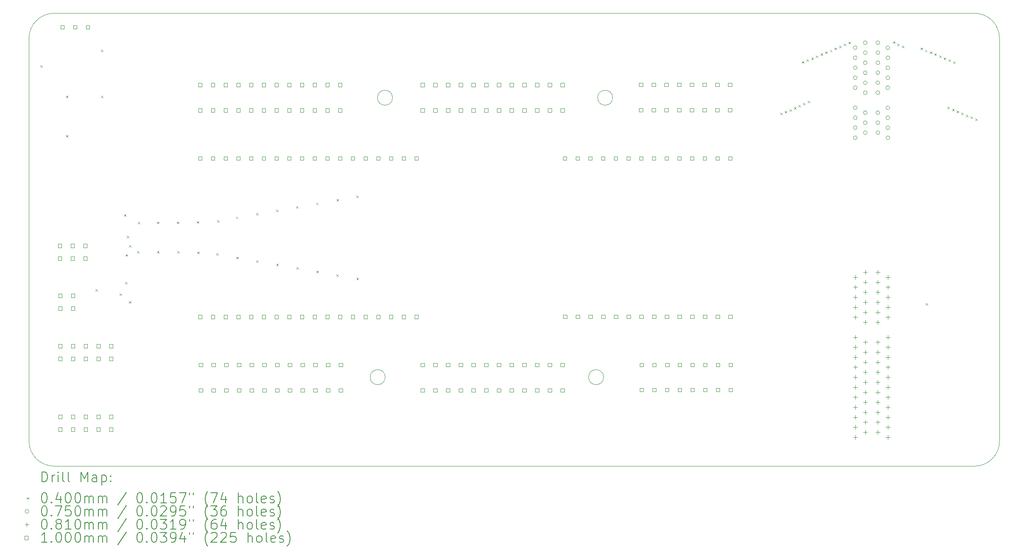
<source format=gbr>
%TF.GenerationSoftware,KiCad,Pcbnew,7.0.8*%
%TF.CreationDate,2024-09-16T14:38:20-04:00*%
%TF.ProjectId,breakout_pcie,62726561-6b6f-4757-945f-706369652e6b,rev?*%
%TF.SameCoordinates,Original*%
%TF.FileFunction,Drillmap*%
%TF.FilePolarity,Positive*%
%FSLAX45Y45*%
G04 Gerber Fmt 4.5, Leading zero omitted, Abs format (unit mm)*
G04 Created by KiCad (PCBNEW 7.0.8) date 2024-09-16 14:38:20*
%MOMM*%
%LPD*%
G01*
G04 APERTURE LIST*
%ADD10C,0.010000*%
%ADD11C,0.100000*%
%ADD12C,0.200000*%
%ADD13C,0.040000*%
%ADD14C,0.075000*%
%ADD15C,0.081000*%
G04 APERTURE END LIST*
D10*
X25920000Y-5630000D02*
G75*
G03*
X25420000Y-5130000I-500000J0D01*
G01*
X7050000Y-5130000D02*
X25420000Y-5130000D01*
X7050000Y-5130000D02*
G75*
G03*
X6540000Y-5630000I-5000J-505000D01*
G01*
D11*
X18196000Y-6820000D02*
G75*
G03*
X18196000Y-6820000I-150000J0D01*
G01*
D10*
X25420000Y-14190000D02*
X7050000Y-14190000D01*
X6540000Y-13690000D02*
G75*
G03*
X7050000Y-14190000I504996J4996D01*
G01*
X25920000Y-5630000D02*
X25920000Y-13690000D01*
D11*
X13800000Y-6820000D02*
G75*
G03*
X13800000Y-6820000I-150000J0D01*
G01*
D10*
X6540000Y-13690000D02*
X6540000Y-5630000D01*
D11*
X13654000Y-12410000D02*
G75*
G03*
X13654000Y-12410000I-150000J0D01*
G01*
X18015000Y-12410000D02*
G75*
G03*
X18015000Y-12410000I-150000J0D01*
G01*
D10*
X25420000Y-14190000D02*
G75*
G03*
X25920000Y-13690000I0J500000D01*
G01*
D12*
D13*
X6770000Y-6170000D02*
X6810000Y-6210000D01*
X6810000Y-6170000D02*
X6770000Y-6210000D01*
X7280000Y-6780000D02*
X7320000Y-6820000D01*
X7320000Y-6780000D02*
X7280000Y-6820000D01*
X7280000Y-7570000D02*
X7320000Y-7610000D01*
X7320000Y-7570000D02*
X7280000Y-7610000D01*
X7869444Y-10650694D02*
X7909444Y-10690694D01*
X7909444Y-10650694D02*
X7869444Y-10690694D01*
X7980000Y-5860000D02*
X8020000Y-5900000D01*
X8020000Y-5860000D02*
X7980000Y-5900000D01*
X7980000Y-6780000D02*
X8020000Y-6820000D01*
X8020000Y-6780000D02*
X7980000Y-6820000D01*
X8350000Y-10735050D02*
X8390000Y-10775050D01*
X8390000Y-10735050D02*
X8350000Y-10775050D01*
X8440930Y-9150930D02*
X8480930Y-9190930D01*
X8480930Y-9150930D02*
X8440930Y-9190930D01*
X8460000Y-10505050D02*
X8500000Y-10545050D01*
X8500000Y-10505050D02*
X8460000Y-10545050D01*
X8470000Y-9950000D02*
X8510000Y-9990000D01*
X8510000Y-9950000D02*
X8470000Y-9990000D01*
X8495069Y-9585069D02*
X8535069Y-9625069D01*
X8535069Y-9585069D02*
X8495069Y-9625069D01*
X8540000Y-10890000D02*
X8580000Y-10930000D01*
X8580000Y-10890000D02*
X8540000Y-10930000D01*
X8540069Y-9769931D02*
X8580069Y-9809931D01*
X8580069Y-9769931D02*
X8540069Y-9809931D01*
X8700000Y-9890000D02*
X8740000Y-9930000D01*
X8740000Y-9890000D02*
X8700000Y-9930000D01*
X8715000Y-9305000D02*
X8755000Y-9345000D01*
X8755000Y-9305000D02*
X8715000Y-9345000D01*
X9095050Y-9300000D02*
X9135050Y-9340000D01*
X9135050Y-9300000D02*
X9095050Y-9340000D01*
X9100000Y-9890000D02*
X9140000Y-9930000D01*
X9140000Y-9890000D02*
X9100000Y-9930000D01*
X9495050Y-9300000D02*
X9535050Y-9340000D01*
X9535050Y-9300000D02*
X9495050Y-9340000D01*
X9500000Y-9890000D02*
X9540000Y-9930000D01*
X9540000Y-9890000D02*
X9500000Y-9930000D01*
X9895050Y-9290000D02*
X9935050Y-9330000D01*
X9935050Y-9290000D02*
X9895050Y-9330000D01*
X9900000Y-9900000D02*
X9940000Y-9940000D01*
X9940000Y-9900000D02*
X9900000Y-9940000D01*
X10280000Y-9931998D02*
X10320000Y-9971998D01*
X10320000Y-9931998D02*
X10280000Y-9971998D01*
X10300000Y-9267048D02*
X10340000Y-9307048D01*
X10340000Y-9267048D02*
X10300000Y-9307048D01*
X10675050Y-9197048D02*
X10715050Y-9237048D01*
X10715050Y-9197048D02*
X10675050Y-9237048D01*
X10680000Y-10001998D02*
X10720000Y-10041998D01*
X10720000Y-10001998D02*
X10680000Y-10041998D01*
X11075050Y-9127048D02*
X11115050Y-9167048D01*
X11115050Y-9127048D02*
X11075050Y-9167048D01*
X11080000Y-10071998D02*
X11120000Y-10111998D01*
X11120000Y-10071998D02*
X11080000Y-10111998D01*
X11475050Y-9057048D02*
X11515050Y-9097048D01*
X11515050Y-9057048D02*
X11475050Y-9097048D01*
X11480000Y-10141998D02*
X11520000Y-10181998D01*
X11520000Y-10141998D02*
X11480000Y-10181998D01*
X11875050Y-8987048D02*
X11915050Y-9027048D01*
X11915050Y-8987048D02*
X11875050Y-9027048D01*
X11880000Y-10211998D02*
X11920000Y-10251998D01*
X11920000Y-10211998D02*
X11880000Y-10251998D01*
X12275050Y-8917048D02*
X12315050Y-8957048D01*
X12315050Y-8917048D02*
X12275050Y-8957048D01*
X12280000Y-10281998D02*
X12320000Y-10321998D01*
X12320000Y-10281998D02*
X12280000Y-10321998D01*
X12680000Y-10351998D02*
X12720000Y-10391998D01*
X12720000Y-10351998D02*
X12680000Y-10391998D01*
X12681283Y-8847048D02*
X12721283Y-8887048D01*
X12721283Y-8847048D02*
X12681283Y-8887048D01*
X13075050Y-8777048D02*
X13115050Y-8817048D01*
X13115050Y-8777048D02*
X13075050Y-8817048D01*
X13080000Y-10421998D02*
X13120000Y-10461998D01*
X13120000Y-10421998D02*
X13080000Y-10461998D01*
X21540000Y-7121997D02*
X21580000Y-7161997D01*
X21580000Y-7121997D02*
X21540000Y-7161997D01*
X21632125Y-7083045D02*
X21672125Y-7123045D01*
X21672125Y-7083045D02*
X21632125Y-7123045D01*
X21726036Y-7048827D02*
X21766036Y-7088827D01*
X21766036Y-7048827D02*
X21726036Y-7088827D01*
X21816785Y-7006939D02*
X21856785Y-7046939D01*
X21856785Y-7006939D02*
X21816785Y-7046939D01*
X21908664Y-6967591D02*
X21948664Y-7007591D01*
X21948664Y-6967591D02*
X21908664Y-7007591D01*
X21971846Y-6091227D02*
X22011846Y-6131227D01*
X22011846Y-6091227D02*
X21971846Y-6131227D01*
X22000000Y-6926997D02*
X22040000Y-6966997D01*
X22040000Y-6926997D02*
X22000000Y-6966997D01*
X22065000Y-6055000D02*
X22105000Y-6095000D01*
X22105000Y-6055000D02*
X22065000Y-6095000D01*
X22095000Y-6882097D02*
X22135000Y-6922097D01*
X22135000Y-6882097D02*
X22095000Y-6922097D01*
X22163664Y-6015594D02*
X22203664Y-6055594D01*
X22203664Y-6015594D02*
X22163664Y-6055594D01*
X22255000Y-5975000D02*
X22295000Y-6015000D01*
X22295000Y-5975000D02*
X22255000Y-6015000D01*
X22350000Y-5935000D02*
X22390000Y-5975000D01*
X22390000Y-5935000D02*
X22350000Y-5975000D01*
X22442125Y-5896047D02*
X22482125Y-5936047D01*
X22482125Y-5896047D02*
X22442125Y-5936047D01*
X22536036Y-5861830D02*
X22576036Y-5901830D01*
X22576036Y-5861830D02*
X22536036Y-5901830D01*
X22626785Y-5819942D02*
X22666785Y-5859942D01*
X22666785Y-5819942D02*
X22626785Y-5859942D01*
X22718664Y-5780594D02*
X22758664Y-5820594D01*
X22758664Y-5780594D02*
X22718664Y-5820594D01*
X22810000Y-5740000D02*
X22850000Y-5780000D01*
X22850000Y-5740000D02*
X22810000Y-5780000D01*
X22905000Y-5700000D02*
X22945000Y-5740000D01*
X22945000Y-5700000D02*
X22905000Y-5740000D01*
X23791665Y-5693234D02*
X23831665Y-5733234D01*
X23831665Y-5693234D02*
X23791665Y-5733234D01*
X23880000Y-5740000D02*
X23920000Y-5780000D01*
X23920000Y-5740000D02*
X23880000Y-5780000D01*
X23971336Y-5780594D02*
X24011336Y-5820594D01*
X24011336Y-5780594D02*
X23971336Y-5820594D01*
X24343834Y-5819942D02*
X24383834Y-5859942D01*
X24383834Y-5819942D02*
X24343834Y-5859942D01*
X24434584Y-5861830D02*
X24474584Y-5901830D01*
X24474584Y-5861830D02*
X24434584Y-5901830D01*
X24445000Y-10926998D02*
X24485000Y-10966998D01*
X24485000Y-10926998D02*
X24445000Y-10966998D01*
X24528494Y-5896047D02*
X24568494Y-5936047D01*
X24568494Y-5896047D02*
X24528494Y-5936047D01*
X24620619Y-5935000D02*
X24660619Y-5975000D01*
X24660619Y-5935000D02*
X24620619Y-5975000D01*
X24715619Y-5975000D02*
X24755619Y-6015000D01*
X24755619Y-5975000D02*
X24715619Y-6015000D01*
X24806955Y-6015594D02*
X24846955Y-6055594D01*
X24846955Y-6015594D02*
X24806955Y-6055594D01*
X24880000Y-7000000D02*
X24920000Y-7040000D01*
X24920000Y-7000000D02*
X24880000Y-7040000D01*
X24905619Y-6055000D02*
X24945619Y-6095000D01*
X24945619Y-6055000D02*
X24905619Y-6095000D01*
X24975000Y-7040000D02*
X25015000Y-7080000D01*
X25015000Y-7040000D02*
X24975000Y-7080000D01*
X24996850Y-6095828D02*
X25036850Y-6135828D01*
X25036850Y-6095828D02*
X24996850Y-6135828D01*
X25066336Y-7080594D02*
X25106336Y-7120594D01*
X25106336Y-7080594D02*
X25066336Y-7120594D01*
X25158215Y-7119942D02*
X25198215Y-7159942D01*
X25198215Y-7119942D02*
X25158215Y-7159942D01*
X25248964Y-7161830D02*
X25288964Y-7201830D01*
X25288964Y-7161830D02*
X25248964Y-7201830D01*
X25342875Y-7196047D02*
X25382875Y-7236047D01*
X25382875Y-7196047D02*
X25342875Y-7236047D01*
X25435000Y-7235000D02*
X25475000Y-7275000D01*
X25475000Y-7235000D02*
X25435000Y-7275000D01*
D14*
X23077500Y-5820000D02*
G75*
G03*
X23077500Y-5820000I-37500J0D01*
G01*
X23077500Y-6020000D02*
G75*
G03*
X23077500Y-6020000I-37500J0D01*
G01*
X23077500Y-6220000D02*
G75*
G03*
X23077500Y-6220000I-37500J0D01*
G01*
X23077500Y-6420000D02*
G75*
G03*
X23077500Y-6420000I-37500J0D01*
G01*
X23077500Y-6620000D02*
G75*
G03*
X23077500Y-6620000I-37500J0D01*
G01*
X23077500Y-7020000D02*
G75*
G03*
X23077500Y-7020000I-37500J0D01*
G01*
X23077500Y-7220000D02*
G75*
G03*
X23077500Y-7220000I-37500J0D01*
G01*
X23077500Y-7420000D02*
G75*
G03*
X23077500Y-7420000I-37500J0D01*
G01*
X23077500Y-7620000D02*
G75*
G03*
X23077500Y-7620000I-37500J0D01*
G01*
X23277500Y-5720000D02*
G75*
G03*
X23277500Y-5720000I-37500J0D01*
G01*
X23277500Y-5920000D02*
G75*
G03*
X23277500Y-5920000I-37500J0D01*
G01*
X23277500Y-6120000D02*
G75*
G03*
X23277500Y-6120000I-37500J0D01*
G01*
X23277500Y-6320000D02*
G75*
G03*
X23277500Y-6320000I-37500J0D01*
G01*
X23277500Y-6520000D02*
G75*
G03*
X23277500Y-6520000I-37500J0D01*
G01*
X23277500Y-6720000D02*
G75*
G03*
X23277500Y-6720000I-37500J0D01*
G01*
X23277500Y-7120000D02*
G75*
G03*
X23277500Y-7120000I-37500J0D01*
G01*
X23277500Y-7320000D02*
G75*
G03*
X23277500Y-7320000I-37500J0D01*
G01*
X23277500Y-7520000D02*
G75*
G03*
X23277500Y-7520000I-37500J0D01*
G01*
X23527500Y-5720000D02*
G75*
G03*
X23527500Y-5720000I-37500J0D01*
G01*
X23527500Y-5920000D02*
G75*
G03*
X23527500Y-5920000I-37500J0D01*
G01*
X23527500Y-6120000D02*
G75*
G03*
X23527500Y-6120000I-37500J0D01*
G01*
X23527500Y-6320000D02*
G75*
G03*
X23527500Y-6320000I-37500J0D01*
G01*
X23527500Y-6520000D02*
G75*
G03*
X23527500Y-6520000I-37500J0D01*
G01*
X23527500Y-6720000D02*
G75*
G03*
X23527500Y-6720000I-37500J0D01*
G01*
X23527500Y-7120000D02*
G75*
G03*
X23527500Y-7120000I-37500J0D01*
G01*
X23527500Y-7320000D02*
G75*
G03*
X23527500Y-7320000I-37500J0D01*
G01*
X23527500Y-7520000D02*
G75*
G03*
X23527500Y-7520000I-37500J0D01*
G01*
X23727500Y-5820000D02*
G75*
G03*
X23727500Y-5820000I-37500J0D01*
G01*
X23727500Y-6020000D02*
G75*
G03*
X23727500Y-6020000I-37500J0D01*
G01*
X23727500Y-6220000D02*
G75*
G03*
X23727500Y-6220000I-37500J0D01*
G01*
X23727500Y-6420000D02*
G75*
G03*
X23727500Y-6420000I-37500J0D01*
G01*
X23727500Y-6620000D02*
G75*
G03*
X23727500Y-6620000I-37500J0D01*
G01*
X23727500Y-7020000D02*
G75*
G03*
X23727500Y-7020000I-37500J0D01*
G01*
X23727500Y-7220000D02*
G75*
G03*
X23727500Y-7220000I-37500J0D01*
G01*
X23727500Y-7420000D02*
G75*
G03*
X23727500Y-7420000I-37500J0D01*
G01*
X23727500Y-7620000D02*
G75*
G03*
X23727500Y-7620000I-37500J0D01*
G01*
D15*
X23040000Y-10369500D02*
X23040000Y-10450500D01*
X22999500Y-10410000D02*
X23080500Y-10410000D01*
X23040000Y-10569500D02*
X23040000Y-10650500D01*
X22999500Y-10610000D02*
X23080500Y-10610000D01*
X23040000Y-10769500D02*
X23040000Y-10850500D01*
X22999500Y-10810000D02*
X23080500Y-10810000D01*
X23040000Y-10969500D02*
X23040000Y-11050500D01*
X22999500Y-11010000D02*
X23080500Y-11010000D01*
X23040000Y-11169500D02*
X23040000Y-11250500D01*
X22999500Y-11210000D02*
X23080500Y-11210000D01*
X23040000Y-11569500D02*
X23040000Y-11650500D01*
X22999500Y-11610000D02*
X23080500Y-11610000D01*
X23040000Y-11769500D02*
X23040000Y-11850500D01*
X22999500Y-11810000D02*
X23080500Y-11810000D01*
X23040000Y-11969500D02*
X23040000Y-12050500D01*
X22999500Y-12010000D02*
X23080500Y-12010000D01*
X23040000Y-12169500D02*
X23040000Y-12250500D01*
X22999500Y-12210000D02*
X23080500Y-12210000D01*
X23040000Y-12369500D02*
X23040000Y-12450500D01*
X22999500Y-12410000D02*
X23080500Y-12410000D01*
X23040000Y-12569500D02*
X23040000Y-12650500D01*
X22999500Y-12610000D02*
X23080500Y-12610000D01*
X23040000Y-12769500D02*
X23040000Y-12850500D01*
X22999500Y-12810000D02*
X23080500Y-12810000D01*
X23040000Y-12969500D02*
X23040000Y-13050500D01*
X22999500Y-13010000D02*
X23080500Y-13010000D01*
X23040000Y-13169500D02*
X23040000Y-13250500D01*
X22999500Y-13210000D02*
X23080500Y-13210000D01*
X23040000Y-13369500D02*
X23040000Y-13450500D01*
X22999500Y-13410000D02*
X23080500Y-13410000D01*
X23040000Y-13569500D02*
X23040000Y-13650500D01*
X22999500Y-13610000D02*
X23080500Y-13610000D01*
X23240000Y-10269500D02*
X23240000Y-10350500D01*
X23199500Y-10310000D02*
X23280500Y-10310000D01*
X23240000Y-10469500D02*
X23240000Y-10550500D01*
X23199500Y-10510000D02*
X23280500Y-10510000D01*
X23240000Y-10669500D02*
X23240000Y-10750500D01*
X23199500Y-10710000D02*
X23280500Y-10710000D01*
X23240000Y-10869500D02*
X23240000Y-10950500D01*
X23199500Y-10910000D02*
X23280500Y-10910000D01*
X23240000Y-11069500D02*
X23240000Y-11150500D01*
X23199500Y-11110000D02*
X23280500Y-11110000D01*
X23240000Y-11269500D02*
X23240000Y-11350500D01*
X23199500Y-11310000D02*
X23280500Y-11310000D01*
X23240000Y-11669500D02*
X23240000Y-11750500D01*
X23199500Y-11710000D02*
X23280500Y-11710000D01*
X23240000Y-11869500D02*
X23240000Y-11950500D01*
X23199500Y-11910000D02*
X23280500Y-11910000D01*
X23240000Y-12069500D02*
X23240000Y-12150500D01*
X23199500Y-12110000D02*
X23280500Y-12110000D01*
X23240000Y-12269500D02*
X23240000Y-12350500D01*
X23199500Y-12310000D02*
X23280500Y-12310000D01*
X23240000Y-12469500D02*
X23240000Y-12550500D01*
X23199500Y-12510000D02*
X23280500Y-12510000D01*
X23240000Y-12669500D02*
X23240000Y-12750500D01*
X23199500Y-12710000D02*
X23280500Y-12710000D01*
X23240000Y-12869500D02*
X23240000Y-12950500D01*
X23199500Y-12910000D02*
X23280500Y-12910000D01*
X23240000Y-13069500D02*
X23240000Y-13150500D01*
X23199500Y-13110000D02*
X23280500Y-13110000D01*
X23240000Y-13269500D02*
X23240000Y-13350500D01*
X23199500Y-13310000D02*
X23280500Y-13310000D01*
X23240000Y-13469500D02*
X23240000Y-13550500D01*
X23199500Y-13510000D02*
X23280500Y-13510000D01*
X23490000Y-10269500D02*
X23490000Y-10350500D01*
X23449500Y-10310000D02*
X23530500Y-10310000D01*
X23490000Y-10469500D02*
X23490000Y-10550500D01*
X23449500Y-10510000D02*
X23530500Y-10510000D01*
X23490000Y-10669500D02*
X23490000Y-10750500D01*
X23449500Y-10710000D02*
X23530500Y-10710000D01*
X23490000Y-10869500D02*
X23490000Y-10950500D01*
X23449500Y-10910000D02*
X23530500Y-10910000D01*
X23490000Y-11069500D02*
X23490000Y-11150500D01*
X23449500Y-11110000D02*
X23530500Y-11110000D01*
X23490000Y-11269500D02*
X23490000Y-11350500D01*
X23449500Y-11310000D02*
X23530500Y-11310000D01*
X23490000Y-11669500D02*
X23490000Y-11750500D01*
X23449500Y-11710000D02*
X23530500Y-11710000D01*
X23490000Y-11869500D02*
X23490000Y-11950500D01*
X23449500Y-11910000D02*
X23530500Y-11910000D01*
X23490000Y-12069500D02*
X23490000Y-12150500D01*
X23449500Y-12110000D02*
X23530500Y-12110000D01*
X23490000Y-12269500D02*
X23490000Y-12350500D01*
X23449500Y-12310000D02*
X23530500Y-12310000D01*
X23490000Y-12469500D02*
X23490000Y-12550500D01*
X23449500Y-12510000D02*
X23530500Y-12510000D01*
X23490000Y-12669500D02*
X23490000Y-12750500D01*
X23449500Y-12710000D02*
X23530500Y-12710000D01*
X23490000Y-12869500D02*
X23490000Y-12950500D01*
X23449500Y-12910000D02*
X23530500Y-12910000D01*
X23490000Y-13069500D02*
X23490000Y-13150500D01*
X23449500Y-13110000D02*
X23530500Y-13110000D01*
X23490000Y-13269500D02*
X23490000Y-13350500D01*
X23449500Y-13310000D02*
X23530500Y-13310000D01*
X23490000Y-13469500D02*
X23490000Y-13550500D01*
X23449500Y-13510000D02*
X23530500Y-13510000D01*
X23690000Y-10369500D02*
X23690000Y-10450500D01*
X23649500Y-10410000D02*
X23730500Y-10410000D01*
X23690000Y-10569500D02*
X23690000Y-10650500D01*
X23649500Y-10610000D02*
X23730500Y-10610000D01*
X23690000Y-10769500D02*
X23690000Y-10850500D01*
X23649500Y-10810000D02*
X23730500Y-10810000D01*
X23690000Y-10969500D02*
X23690000Y-11050500D01*
X23649500Y-11010000D02*
X23730500Y-11010000D01*
X23690000Y-11169500D02*
X23690000Y-11250500D01*
X23649500Y-11210000D02*
X23730500Y-11210000D01*
X23690000Y-11569500D02*
X23690000Y-11650500D01*
X23649500Y-11610000D02*
X23730500Y-11610000D01*
X23690000Y-11769500D02*
X23690000Y-11850500D01*
X23649500Y-11810000D02*
X23730500Y-11810000D01*
X23690000Y-11969500D02*
X23690000Y-12050500D01*
X23649500Y-12010000D02*
X23730500Y-12010000D01*
X23690000Y-12169500D02*
X23690000Y-12250500D01*
X23649500Y-12210000D02*
X23730500Y-12210000D01*
X23690000Y-12369500D02*
X23690000Y-12450500D01*
X23649500Y-12410000D02*
X23730500Y-12410000D01*
X23690000Y-12569500D02*
X23690000Y-12650500D01*
X23649500Y-12610000D02*
X23730500Y-12610000D01*
X23690000Y-12769500D02*
X23690000Y-12850500D01*
X23649500Y-12810000D02*
X23730500Y-12810000D01*
X23690000Y-12969500D02*
X23690000Y-13050500D01*
X23649500Y-13010000D02*
X23730500Y-13010000D01*
X23690000Y-13169500D02*
X23690000Y-13250500D01*
X23649500Y-13210000D02*
X23730500Y-13210000D01*
X23690000Y-13369500D02*
X23690000Y-13450500D01*
X23649500Y-13410000D02*
X23730500Y-13410000D01*
X23690000Y-13569500D02*
X23690000Y-13650500D01*
X23649500Y-13610000D02*
X23730500Y-13610000D01*
D11*
X7191356Y-9815356D02*
X7191356Y-9744644D01*
X7120644Y-9744644D01*
X7120644Y-9815356D01*
X7191356Y-9815356D01*
X7191356Y-10069356D02*
X7191356Y-9998644D01*
X7120644Y-9998644D01*
X7120644Y-10069356D01*
X7191356Y-10069356D01*
X7197856Y-11821856D02*
X7197856Y-11751144D01*
X7127144Y-11751144D01*
X7127144Y-11821856D01*
X7197856Y-11821856D01*
X7197856Y-12075856D02*
X7197856Y-12005144D01*
X7127144Y-12005144D01*
X7127144Y-12075856D01*
X7197856Y-12075856D01*
X7197856Y-13235356D02*
X7197856Y-13164644D01*
X7127144Y-13164644D01*
X7127144Y-13235356D01*
X7197856Y-13235356D01*
X7197856Y-13489356D02*
X7197856Y-13418644D01*
X7127144Y-13418644D01*
X7127144Y-13489356D01*
X7197856Y-13489356D01*
X7201356Y-10815356D02*
X7201356Y-10744644D01*
X7130644Y-10744644D01*
X7130644Y-10815356D01*
X7201356Y-10815356D01*
X7201356Y-11069356D02*
X7201356Y-10998644D01*
X7130644Y-10998644D01*
X7130644Y-11069356D01*
X7201356Y-11069356D01*
X7239856Y-5445356D02*
X7239856Y-5374644D01*
X7169144Y-5374644D01*
X7169144Y-5445356D01*
X7239856Y-5445356D01*
X7445356Y-9815356D02*
X7445356Y-9744644D01*
X7374644Y-9744644D01*
X7374644Y-9815356D01*
X7445356Y-9815356D01*
X7445356Y-10069356D02*
X7445356Y-9998644D01*
X7374644Y-9998644D01*
X7374644Y-10069356D01*
X7445356Y-10069356D01*
X7451856Y-11821856D02*
X7451856Y-11751144D01*
X7381144Y-11751144D01*
X7381144Y-11821856D01*
X7451856Y-11821856D01*
X7451856Y-12075856D02*
X7451856Y-12005144D01*
X7381144Y-12005144D01*
X7381144Y-12075856D01*
X7451856Y-12075856D01*
X7451856Y-13235356D02*
X7451856Y-13164644D01*
X7381144Y-13164644D01*
X7381144Y-13235356D01*
X7451856Y-13235356D01*
X7451856Y-13489356D02*
X7451856Y-13418644D01*
X7381144Y-13418644D01*
X7381144Y-13489356D01*
X7451856Y-13489356D01*
X7455356Y-10815356D02*
X7455356Y-10744644D01*
X7384644Y-10744644D01*
X7384644Y-10815356D01*
X7455356Y-10815356D01*
X7455356Y-11069356D02*
X7455356Y-10998644D01*
X7384644Y-10998644D01*
X7384644Y-11069356D01*
X7455356Y-11069356D01*
X7493856Y-5445356D02*
X7493856Y-5374644D01*
X7423144Y-5374644D01*
X7423144Y-5445356D01*
X7493856Y-5445356D01*
X7699356Y-9815356D02*
X7699356Y-9744644D01*
X7628644Y-9744644D01*
X7628644Y-9815356D01*
X7699356Y-9815356D01*
X7699356Y-10069356D02*
X7699356Y-9998644D01*
X7628644Y-9998644D01*
X7628644Y-10069356D01*
X7699356Y-10069356D01*
X7705856Y-11821856D02*
X7705856Y-11751144D01*
X7635144Y-11751144D01*
X7635144Y-11821856D01*
X7705856Y-11821856D01*
X7705856Y-12075856D02*
X7705856Y-12005144D01*
X7635144Y-12005144D01*
X7635144Y-12075856D01*
X7705856Y-12075856D01*
X7705856Y-13235356D02*
X7705856Y-13164644D01*
X7635144Y-13164644D01*
X7635144Y-13235356D01*
X7705856Y-13235356D01*
X7705856Y-13489356D02*
X7705856Y-13418644D01*
X7635144Y-13418644D01*
X7635144Y-13489356D01*
X7705856Y-13489356D01*
X7747856Y-5445356D02*
X7747856Y-5374644D01*
X7677144Y-5374644D01*
X7677144Y-5445356D01*
X7747856Y-5445356D01*
X7959856Y-11821856D02*
X7959856Y-11751144D01*
X7889144Y-11751144D01*
X7889144Y-11821856D01*
X7959856Y-11821856D01*
X7959856Y-12075856D02*
X7959856Y-12005144D01*
X7889144Y-12005144D01*
X7889144Y-12075856D01*
X7959856Y-12075856D01*
X7959856Y-13235356D02*
X7959856Y-13164644D01*
X7889144Y-13164644D01*
X7889144Y-13235356D01*
X7959856Y-13235356D01*
X7959856Y-13489356D02*
X7959856Y-13418644D01*
X7889144Y-13418644D01*
X7889144Y-13489356D01*
X7959856Y-13489356D01*
X8213856Y-11821856D02*
X8213856Y-11751144D01*
X8143144Y-11751144D01*
X8143144Y-11821856D01*
X8213856Y-11821856D01*
X8213856Y-12075856D02*
X8213856Y-12005144D01*
X8143144Y-12005144D01*
X8143144Y-12075856D01*
X8213856Y-12075856D01*
X8213856Y-13235356D02*
X8213856Y-13164644D01*
X8143144Y-13164644D01*
X8143144Y-13235356D01*
X8213856Y-13235356D01*
X8213856Y-13489356D02*
X8213856Y-13418644D01*
X8143144Y-13418644D01*
X8143144Y-13489356D01*
X8213856Y-13489356D01*
X9995356Y-6599353D02*
X9995356Y-6528642D01*
X9924644Y-6528642D01*
X9924644Y-6599353D01*
X9995356Y-6599353D01*
X9995356Y-7107353D02*
X9995356Y-7036642D01*
X9924644Y-7036642D01*
X9924644Y-7107353D01*
X9995356Y-7107353D01*
X9995356Y-8067353D02*
X9995356Y-7996642D01*
X9924644Y-7996642D01*
X9924644Y-8067353D01*
X9995356Y-8067353D01*
X9995356Y-11237353D02*
X9995356Y-11166642D01*
X9924644Y-11166642D01*
X9924644Y-11237353D01*
X9995356Y-11237353D01*
X10005356Y-12197353D02*
X10005356Y-12126642D01*
X9934644Y-12126642D01*
X9934644Y-12197353D01*
X10005356Y-12197353D01*
X10005356Y-12705353D02*
X10005356Y-12634642D01*
X9934644Y-12634642D01*
X9934644Y-12705353D01*
X10005356Y-12705353D01*
X10249356Y-6599353D02*
X10249356Y-6528642D01*
X10178644Y-6528642D01*
X10178644Y-6599353D01*
X10249356Y-6599353D01*
X10249356Y-7107353D02*
X10249356Y-7036642D01*
X10178644Y-7036642D01*
X10178644Y-7107353D01*
X10249356Y-7107353D01*
X10249356Y-8067353D02*
X10249356Y-7996642D01*
X10178644Y-7996642D01*
X10178644Y-8067353D01*
X10249356Y-8067353D01*
X10249356Y-11237353D02*
X10249356Y-11166642D01*
X10178644Y-11166642D01*
X10178644Y-11237353D01*
X10249356Y-11237353D01*
X10259356Y-12197353D02*
X10259356Y-12126642D01*
X10188644Y-12126642D01*
X10188644Y-12197353D01*
X10259356Y-12197353D01*
X10259356Y-12705353D02*
X10259356Y-12634642D01*
X10188644Y-12634642D01*
X10188644Y-12705353D01*
X10259356Y-12705353D01*
X10503356Y-6599353D02*
X10503356Y-6528642D01*
X10432644Y-6528642D01*
X10432644Y-6599353D01*
X10503356Y-6599353D01*
X10503356Y-7107353D02*
X10503356Y-7036642D01*
X10432644Y-7036642D01*
X10432644Y-7107353D01*
X10503356Y-7107353D01*
X10503356Y-8067353D02*
X10503356Y-7996642D01*
X10432644Y-7996642D01*
X10432644Y-8067353D01*
X10503356Y-8067353D01*
X10503356Y-11237353D02*
X10503356Y-11166642D01*
X10432644Y-11166642D01*
X10432644Y-11237353D01*
X10503356Y-11237353D01*
X10513356Y-12197353D02*
X10513356Y-12126642D01*
X10442644Y-12126642D01*
X10442644Y-12197353D01*
X10513356Y-12197353D01*
X10513356Y-12705353D02*
X10513356Y-12634642D01*
X10442644Y-12634642D01*
X10442644Y-12705353D01*
X10513356Y-12705353D01*
X10757356Y-6599353D02*
X10757356Y-6528642D01*
X10686644Y-6528642D01*
X10686644Y-6599353D01*
X10757356Y-6599353D01*
X10757356Y-7107353D02*
X10757356Y-7036642D01*
X10686644Y-7036642D01*
X10686644Y-7107353D01*
X10757356Y-7107353D01*
X10757356Y-8067353D02*
X10757356Y-7996642D01*
X10686644Y-7996642D01*
X10686644Y-8067353D01*
X10757356Y-8067353D01*
X10757356Y-11237353D02*
X10757356Y-11166642D01*
X10686644Y-11166642D01*
X10686644Y-11237353D01*
X10757356Y-11237353D01*
X10767356Y-12197353D02*
X10767356Y-12126642D01*
X10696644Y-12126642D01*
X10696644Y-12197353D01*
X10767356Y-12197353D01*
X10767356Y-12705353D02*
X10767356Y-12634642D01*
X10696644Y-12634642D01*
X10696644Y-12705353D01*
X10767356Y-12705353D01*
X11011356Y-6599353D02*
X11011356Y-6528642D01*
X10940644Y-6528642D01*
X10940644Y-6599353D01*
X11011356Y-6599353D01*
X11011356Y-7107353D02*
X11011356Y-7036642D01*
X10940644Y-7036642D01*
X10940644Y-7107353D01*
X11011356Y-7107353D01*
X11011356Y-8067353D02*
X11011356Y-7996642D01*
X10940644Y-7996642D01*
X10940644Y-8067353D01*
X11011356Y-8067353D01*
X11011356Y-11237353D02*
X11011356Y-11166642D01*
X10940644Y-11166642D01*
X10940644Y-11237353D01*
X11011356Y-11237353D01*
X11021356Y-12197353D02*
X11021356Y-12126642D01*
X10950644Y-12126642D01*
X10950644Y-12197353D01*
X11021356Y-12197353D01*
X11021356Y-12705353D02*
X11021356Y-12634642D01*
X10950644Y-12634642D01*
X10950644Y-12705353D01*
X11021356Y-12705353D01*
X11265356Y-6599353D02*
X11265356Y-6528642D01*
X11194644Y-6528642D01*
X11194644Y-6599353D01*
X11265356Y-6599353D01*
X11265356Y-7107353D02*
X11265356Y-7036642D01*
X11194644Y-7036642D01*
X11194644Y-7107353D01*
X11265356Y-7107353D01*
X11265356Y-8067353D02*
X11265356Y-7996642D01*
X11194644Y-7996642D01*
X11194644Y-8067353D01*
X11265356Y-8067353D01*
X11265356Y-11237353D02*
X11265356Y-11166642D01*
X11194644Y-11166642D01*
X11194644Y-11237353D01*
X11265356Y-11237353D01*
X11275356Y-12197353D02*
X11275356Y-12126642D01*
X11204644Y-12126642D01*
X11204644Y-12197353D01*
X11275356Y-12197353D01*
X11275356Y-12705353D02*
X11275356Y-12634642D01*
X11204644Y-12634642D01*
X11204644Y-12705353D01*
X11275356Y-12705353D01*
X11519356Y-6599353D02*
X11519356Y-6528642D01*
X11448644Y-6528642D01*
X11448644Y-6599353D01*
X11519356Y-6599353D01*
X11519356Y-7107353D02*
X11519356Y-7036642D01*
X11448644Y-7036642D01*
X11448644Y-7107353D01*
X11519356Y-7107353D01*
X11519356Y-8067353D02*
X11519356Y-7996642D01*
X11448644Y-7996642D01*
X11448644Y-8067353D01*
X11519356Y-8067353D01*
X11519356Y-11237353D02*
X11519356Y-11166642D01*
X11448644Y-11166642D01*
X11448644Y-11237353D01*
X11519356Y-11237353D01*
X11529356Y-12197353D02*
X11529356Y-12126642D01*
X11458644Y-12126642D01*
X11458644Y-12197353D01*
X11529356Y-12197353D01*
X11529356Y-12705353D02*
X11529356Y-12634642D01*
X11458644Y-12634642D01*
X11458644Y-12705353D01*
X11529356Y-12705353D01*
X11773356Y-6599353D02*
X11773356Y-6528642D01*
X11702644Y-6528642D01*
X11702644Y-6599353D01*
X11773356Y-6599353D01*
X11773356Y-7107353D02*
X11773356Y-7036642D01*
X11702644Y-7036642D01*
X11702644Y-7107353D01*
X11773356Y-7107353D01*
X11773356Y-8067353D02*
X11773356Y-7996642D01*
X11702644Y-7996642D01*
X11702644Y-8067353D01*
X11773356Y-8067353D01*
X11773356Y-11237353D02*
X11773356Y-11166642D01*
X11702644Y-11166642D01*
X11702644Y-11237353D01*
X11773356Y-11237353D01*
X11783356Y-12197353D02*
X11783356Y-12126642D01*
X11712644Y-12126642D01*
X11712644Y-12197353D01*
X11783356Y-12197353D01*
X11783356Y-12705353D02*
X11783356Y-12634642D01*
X11712644Y-12634642D01*
X11712644Y-12705353D01*
X11783356Y-12705353D01*
X12027356Y-6599353D02*
X12027356Y-6528642D01*
X11956644Y-6528642D01*
X11956644Y-6599353D01*
X12027356Y-6599353D01*
X12027356Y-7107353D02*
X12027356Y-7036642D01*
X11956644Y-7036642D01*
X11956644Y-7107353D01*
X12027356Y-7107353D01*
X12027356Y-8067353D02*
X12027356Y-7996642D01*
X11956644Y-7996642D01*
X11956644Y-8067353D01*
X12027356Y-8067353D01*
X12027356Y-11237353D02*
X12027356Y-11166642D01*
X11956644Y-11166642D01*
X11956644Y-11237353D01*
X12027356Y-11237353D01*
X12037356Y-12197353D02*
X12037356Y-12126642D01*
X11966644Y-12126642D01*
X11966644Y-12197353D01*
X12037356Y-12197353D01*
X12037356Y-12705353D02*
X12037356Y-12634642D01*
X11966644Y-12634642D01*
X11966644Y-12705353D01*
X12037356Y-12705353D01*
X12281356Y-6599353D02*
X12281356Y-6528642D01*
X12210644Y-6528642D01*
X12210644Y-6599353D01*
X12281356Y-6599353D01*
X12281356Y-7107353D02*
X12281356Y-7036642D01*
X12210644Y-7036642D01*
X12210644Y-7107353D01*
X12281356Y-7107353D01*
X12281356Y-8067353D02*
X12281356Y-7996642D01*
X12210644Y-7996642D01*
X12210644Y-8067353D01*
X12281356Y-8067353D01*
X12281356Y-11237353D02*
X12281356Y-11166642D01*
X12210644Y-11166642D01*
X12210644Y-11237353D01*
X12281356Y-11237353D01*
X12291356Y-12197353D02*
X12291356Y-12126642D01*
X12220644Y-12126642D01*
X12220644Y-12197353D01*
X12291356Y-12197353D01*
X12291356Y-12705353D02*
X12291356Y-12634642D01*
X12220644Y-12634642D01*
X12220644Y-12705353D01*
X12291356Y-12705353D01*
X12535356Y-6599353D02*
X12535356Y-6528642D01*
X12464644Y-6528642D01*
X12464644Y-6599353D01*
X12535356Y-6599353D01*
X12535356Y-7107353D02*
X12535356Y-7036642D01*
X12464644Y-7036642D01*
X12464644Y-7107353D01*
X12535356Y-7107353D01*
X12535356Y-8067353D02*
X12535356Y-7996642D01*
X12464644Y-7996642D01*
X12464644Y-8067353D01*
X12535356Y-8067353D01*
X12535356Y-11237353D02*
X12535356Y-11166642D01*
X12464644Y-11166642D01*
X12464644Y-11237353D01*
X12535356Y-11237353D01*
X12545356Y-12197353D02*
X12545356Y-12126642D01*
X12474644Y-12126642D01*
X12474644Y-12197353D01*
X12545356Y-12197353D01*
X12545356Y-12705353D02*
X12545356Y-12634642D01*
X12474644Y-12634642D01*
X12474644Y-12705353D01*
X12545356Y-12705353D01*
X12789356Y-6599353D02*
X12789356Y-6528642D01*
X12718644Y-6528642D01*
X12718644Y-6599353D01*
X12789356Y-6599353D01*
X12789356Y-7107353D02*
X12789356Y-7036642D01*
X12718644Y-7036642D01*
X12718644Y-7107353D01*
X12789356Y-7107353D01*
X12789356Y-8067353D02*
X12789356Y-7996642D01*
X12718644Y-7996642D01*
X12718644Y-8067353D01*
X12789356Y-8067353D01*
X12789356Y-11237353D02*
X12789356Y-11166642D01*
X12718644Y-11166642D01*
X12718644Y-11237353D01*
X12789356Y-11237353D01*
X12799356Y-12197353D02*
X12799356Y-12126642D01*
X12728644Y-12126642D01*
X12728644Y-12197353D01*
X12799356Y-12197353D01*
X12799356Y-12705353D02*
X12799356Y-12634642D01*
X12728644Y-12634642D01*
X12728644Y-12705353D01*
X12799356Y-12705353D01*
X13043356Y-8067353D02*
X13043356Y-7996642D01*
X12972644Y-7996642D01*
X12972644Y-8067353D01*
X13043356Y-8067353D01*
X13043356Y-11237353D02*
X13043356Y-11166642D01*
X12972644Y-11166642D01*
X12972644Y-11237353D01*
X13043356Y-11237353D01*
X13297356Y-8067353D02*
X13297356Y-7996642D01*
X13226644Y-7996642D01*
X13226644Y-8067353D01*
X13297356Y-8067353D01*
X13297356Y-11237353D02*
X13297356Y-11166642D01*
X13226644Y-11166642D01*
X13226644Y-11237353D01*
X13297356Y-11237353D01*
X13551356Y-8067353D02*
X13551356Y-7996642D01*
X13480644Y-7996642D01*
X13480644Y-8067353D01*
X13551356Y-8067353D01*
X13551356Y-11237353D02*
X13551356Y-11166642D01*
X13480644Y-11166642D01*
X13480644Y-11237353D01*
X13551356Y-11237353D01*
X13805356Y-8067353D02*
X13805356Y-7996642D01*
X13734644Y-7996642D01*
X13734644Y-8067353D01*
X13805356Y-8067353D01*
X13805356Y-11237353D02*
X13805356Y-11166642D01*
X13734644Y-11166642D01*
X13734644Y-11237353D01*
X13805356Y-11237353D01*
X14059356Y-8067353D02*
X14059356Y-7996642D01*
X13988644Y-7996642D01*
X13988644Y-8067353D01*
X14059356Y-8067353D01*
X14059356Y-11237353D02*
X14059356Y-11166642D01*
X13988644Y-11166642D01*
X13988644Y-11237353D01*
X14059356Y-11237353D01*
X14313356Y-8067353D02*
X14313356Y-7996642D01*
X14242644Y-7996642D01*
X14242644Y-8067353D01*
X14313356Y-8067353D01*
X14313356Y-11237353D02*
X14313356Y-11166642D01*
X14242644Y-11166642D01*
X14242644Y-11237353D01*
X14313356Y-11237353D01*
X14435356Y-6599353D02*
X14435356Y-6528642D01*
X14364644Y-6528642D01*
X14364644Y-6599353D01*
X14435356Y-6599353D01*
X14435356Y-7107353D02*
X14435356Y-7036642D01*
X14364644Y-7036642D01*
X14364644Y-7107353D01*
X14435356Y-7107353D01*
X14435356Y-12197353D02*
X14435356Y-12126642D01*
X14364644Y-12126642D01*
X14364644Y-12197353D01*
X14435356Y-12197353D01*
X14435356Y-12705353D02*
X14435356Y-12634642D01*
X14364644Y-12634642D01*
X14364644Y-12705353D01*
X14435356Y-12705353D01*
X14689356Y-6599353D02*
X14689356Y-6528642D01*
X14618644Y-6528642D01*
X14618644Y-6599353D01*
X14689356Y-6599353D01*
X14689356Y-7107353D02*
X14689356Y-7036642D01*
X14618644Y-7036642D01*
X14618644Y-7107353D01*
X14689356Y-7107353D01*
X14689356Y-12197353D02*
X14689356Y-12126642D01*
X14618644Y-12126642D01*
X14618644Y-12197353D01*
X14689356Y-12197353D01*
X14689356Y-12705353D02*
X14689356Y-12634642D01*
X14618644Y-12634642D01*
X14618644Y-12705353D01*
X14689356Y-12705353D01*
X14943356Y-6599353D02*
X14943356Y-6528642D01*
X14872644Y-6528642D01*
X14872644Y-6599353D01*
X14943356Y-6599353D01*
X14943356Y-7107353D02*
X14943356Y-7036642D01*
X14872644Y-7036642D01*
X14872644Y-7107353D01*
X14943356Y-7107353D01*
X14943356Y-12197353D02*
X14943356Y-12126642D01*
X14872644Y-12126642D01*
X14872644Y-12197353D01*
X14943356Y-12197353D01*
X14943356Y-12705353D02*
X14943356Y-12634642D01*
X14872644Y-12634642D01*
X14872644Y-12705353D01*
X14943356Y-12705353D01*
X15197356Y-6599353D02*
X15197356Y-6528642D01*
X15126644Y-6528642D01*
X15126644Y-6599353D01*
X15197356Y-6599353D01*
X15197356Y-7107353D02*
X15197356Y-7036642D01*
X15126644Y-7036642D01*
X15126644Y-7107353D01*
X15197356Y-7107353D01*
X15197356Y-12197353D02*
X15197356Y-12126642D01*
X15126644Y-12126642D01*
X15126644Y-12197353D01*
X15197356Y-12197353D01*
X15197356Y-12705353D02*
X15197356Y-12634642D01*
X15126644Y-12634642D01*
X15126644Y-12705353D01*
X15197356Y-12705353D01*
X15451356Y-6599353D02*
X15451356Y-6528642D01*
X15380644Y-6528642D01*
X15380644Y-6599353D01*
X15451356Y-6599353D01*
X15451356Y-7107353D02*
X15451356Y-7036642D01*
X15380644Y-7036642D01*
X15380644Y-7107353D01*
X15451356Y-7107353D01*
X15451356Y-12197353D02*
X15451356Y-12126642D01*
X15380644Y-12126642D01*
X15380644Y-12197353D01*
X15451356Y-12197353D01*
X15451356Y-12705353D02*
X15451356Y-12634642D01*
X15380644Y-12634642D01*
X15380644Y-12705353D01*
X15451356Y-12705353D01*
X15705356Y-6599353D02*
X15705356Y-6528642D01*
X15634644Y-6528642D01*
X15634644Y-6599353D01*
X15705356Y-6599353D01*
X15705356Y-7107353D02*
X15705356Y-7036642D01*
X15634644Y-7036642D01*
X15634644Y-7107353D01*
X15705356Y-7107353D01*
X15705356Y-12197353D02*
X15705356Y-12126642D01*
X15634644Y-12126642D01*
X15634644Y-12197353D01*
X15705356Y-12197353D01*
X15705356Y-12705353D02*
X15705356Y-12634642D01*
X15634644Y-12634642D01*
X15634644Y-12705353D01*
X15705356Y-12705353D01*
X15959356Y-6599353D02*
X15959356Y-6528642D01*
X15888644Y-6528642D01*
X15888644Y-6599353D01*
X15959356Y-6599353D01*
X15959356Y-7107353D02*
X15959356Y-7036642D01*
X15888644Y-7036642D01*
X15888644Y-7107353D01*
X15959356Y-7107353D01*
X15959356Y-12197353D02*
X15959356Y-12126642D01*
X15888644Y-12126642D01*
X15888644Y-12197353D01*
X15959356Y-12197353D01*
X15959356Y-12705353D02*
X15959356Y-12634642D01*
X15888644Y-12634642D01*
X15888644Y-12705353D01*
X15959356Y-12705353D01*
X16213356Y-6599353D02*
X16213356Y-6528642D01*
X16142644Y-6528642D01*
X16142644Y-6599353D01*
X16213356Y-6599353D01*
X16213356Y-7107353D02*
X16213356Y-7036642D01*
X16142644Y-7036642D01*
X16142644Y-7107353D01*
X16213356Y-7107353D01*
X16213356Y-12197353D02*
X16213356Y-12126642D01*
X16142644Y-12126642D01*
X16142644Y-12197353D01*
X16213356Y-12197353D01*
X16213356Y-12705353D02*
X16213356Y-12634642D01*
X16142644Y-12634642D01*
X16142644Y-12705353D01*
X16213356Y-12705353D01*
X16467356Y-6599353D02*
X16467356Y-6528642D01*
X16396644Y-6528642D01*
X16396644Y-6599353D01*
X16467356Y-6599353D01*
X16467356Y-7107353D02*
X16467356Y-7036642D01*
X16396644Y-7036642D01*
X16396644Y-7107353D01*
X16467356Y-7107353D01*
X16467356Y-12197353D02*
X16467356Y-12126642D01*
X16396644Y-12126642D01*
X16396644Y-12197353D01*
X16467356Y-12197353D01*
X16467356Y-12705353D02*
X16467356Y-12634642D01*
X16396644Y-12634642D01*
X16396644Y-12705353D01*
X16467356Y-12705353D01*
X16721356Y-6599353D02*
X16721356Y-6528642D01*
X16650644Y-6528642D01*
X16650644Y-6599353D01*
X16721356Y-6599353D01*
X16721356Y-7107353D02*
X16721356Y-7036642D01*
X16650644Y-7036642D01*
X16650644Y-7107353D01*
X16721356Y-7107353D01*
X16721356Y-12197353D02*
X16721356Y-12126642D01*
X16650644Y-12126642D01*
X16650644Y-12197353D01*
X16721356Y-12197353D01*
X16721356Y-12705353D02*
X16721356Y-12634642D01*
X16650644Y-12634642D01*
X16650644Y-12705353D01*
X16721356Y-12705353D01*
X16975356Y-6599353D02*
X16975356Y-6528642D01*
X16904644Y-6528642D01*
X16904644Y-6599353D01*
X16975356Y-6599353D01*
X16975356Y-7107353D02*
X16975356Y-7036642D01*
X16904644Y-7036642D01*
X16904644Y-7107353D01*
X16975356Y-7107353D01*
X16975356Y-12197353D02*
X16975356Y-12126642D01*
X16904644Y-12126642D01*
X16904644Y-12197353D01*
X16975356Y-12197353D01*
X16975356Y-12705353D02*
X16975356Y-12634642D01*
X16904644Y-12634642D01*
X16904644Y-12705353D01*
X16975356Y-12705353D01*
X17229356Y-6599353D02*
X17229356Y-6528642D01*
X17158644Y-6528642D01*
X17158644Y-6599353D01*
X17229356Y-6599353D01*
X17229356Y-7107353D02*
X17229356Y-7036642D01*
X17158644Y-7036642D01*
X17158644Y-7107353D01*
X17229356Y-7107353D01*
X17229356Y-12197353D02*
X17229356Y-12126642D01*
X17158644Y-12126642D01*
X17158644Y-12197353D01*
X17229356Y-12197353D01*
X17229356Y-12705353D02*
X17229356Y-12634642D01*
X17158644Y-12634642D01*
X17158644Y-12705353D01*
X17229356Y-12705353D01*
X17275356Y-8067353D02*
X17275356Y-7996642D01*
X17204644Y-7996642D01*
X17204644Y-8067353D01*
X17275356Y-8067353D01*
X17280356Y-11234853D02*
X17280356Y-11164142D01*
X17209644Y-11164142D01*
X17209644Y-11234853D01*
X17280356Y-11234853D01*
X17529356Y-8067353D02*
X17529356Y-7996642D01*
X17458644Y-7996642D01*
X17458644Y-8067353D01*
X17529356Y-8067353D01*
X17534356Y-11234853D02*
X17534356Y-11164142D01*
X17463644Y-11164142D01*
X17463644Y-11234853D01*
X17534356Y-11234853D01*
X17783356Y-8067353D02*
X17783356Y-7996642D01*
X17712644Y-7996642D01*
X17712644Y-8067353D01*
X17783356Y-8067353D01*
X17788356Y-11234853D02*
X17788356Y-11164142D01*
X17717644Y-11164142D01*
X17717644Y-11234853D01*
X17788356Y-11234853D01*
X18037356Y-8067353D02*
X18037356Y-7996642D01*
X17966644Y-7996642D01*
X17966644Y-8067353D01*
X18037356Y-8067353D01*
X18042356Y-11234853D02*
X18042356Y-11164142D01*
X17971644Y-11164142D01*
X17971644Y-11234853D01*
X18042356Y-11234853D01*
X18291356Y-8067353D02*
X18291356Y-7996642D01*
X18220644Y-7996642D01*
X18220644Y-8067353D01*
X18291356Y-8067353D01*
X18296356Y-11234853D02*
X18296356Y-11164142D01*
X18225644Y-11164142D01*
X18225644Y-11234853D01*
X18296356Y-11234853D01*
X18545356Y-8067353D02*
X18545356Y-7996642D01*
X18474644Y-7996642D01*
X18474644Y-8067353D01*
X18545356Y-8067353D01*
X18550356Y-11234853D02*
X18550356Y-11164142D01*
X18479644Y-11164142D01*
X18479644Y-11234853D01*
X18550356Y-11234853D01*
X18795356Y-6591853D02*
X18795356Y-6521142D01*
X18724644Y-6521142D01*
X18724644Y-6591853D01*
X18795356Y-6591853D01*
X18795356Y-7099853D02*
X18795356Y-7029142D01*
X18724644Y-7029142D01*
X18724644Y-7099853D01*
X18795356Y-7099853D01*
X18799356Y-8067353D02*
X18799356Y-7996642D01*
X18728644Y-7996642D01*
X18728644Y-8067353D01*
X18799356Y-8067353D01*
X18804356Y-11234853D02*
X18804356Y-11164142D01*
X18733644Y-11164142D01*
X18733644Y-11234853D01*
X18804356Y-11234853D01*
X18810356Y-12197353D02*
X18810356Y-12126642D01*
X18739644Y-12126642D01*
X18739644Y-12197353D01*
X18810356Y-12197353D01*
X18810356Y-12697353D02*
X18810356Y-12626642D01*
X18739644Y-12626642D01*
X18739644Y-12697353D01*
X18810356Y-12697353D01*
X19049356Y-6591853D02*
X19049356Y-6521142D01*
X18978644Y-6521142D01*
X18978644Y-6591853D01*
X19049356Y-6591853D01*
X19049356Y-7099853D02*
X19049356Y-7029142D01*
X18978644Y-7029142D01*
X18978644Y-7099853D01*
X19049356Y-7099853D01*
X19053356Y-8067353D02*
X19053356Y-7996642D01*
X18982644Y-7996642D01*
X18982644Y-8067353D01*
X19053356Y-8067353D01*
X19058356Y-11234853D02*
X19058356Y-11164142D01*
X18987644Y-11164142D01*
X18987644Y-11234853D01*
X19058356Y-11234853D01*
X19064356Y-12197353D02*
X19064356Y-12126642D01*
X18993644Y-12126642D01*
X18993644Y-12197353D01*
X19064356Y-12197353D01*
X19064356Y-12697353D02*
X19064356Y-12626642D01*
X18993644Y-12626642D01*
X18993644Y-12697353D01*
X19064356Y-12697353D01*
X19303356Y-6591853D02*
X19303356Y-6521142D01*
X19232644Y-6521142D01*
X19232644Y-6591853D01*
X19303356Y-6591853D01*
X19303356Y-7099853D02*
X19303356Y-7029142D01*
X19232644Y-7029142D01*
X19232644Y-7099853D01*
X19303356Y-7099853D01*
X19307356Y-8067353D02*
X19307356Y-7996642D01*
X19236644Y-7996642D01*
X19236644Y-8067353D01*
X19307356Y-8067353D01*
X19312356Y-11234853D02*
X19312356Y-11164142D01*
X19241644Y-11164142D01*
X19241644Y-11234853D01*
X19312356Y-11234853D01*
X19318356Y-12697353D02*
X19318356Y-12626642D01*
X19247644Y-12626642D01*
X19247644Y-12697353D01*
X19318356Y-12697353D01*
X19320356Y-12197353D02*
X19320356Y-12126642D01*
X19249644Y-12126642D01*
X19249644Y-12197353D01*
X19320356Y-12197353D01*
X19557356Y-6591853D02*
X19557356Y-6521142D01*
X19486644Y-6521142D01*
X19486644Y-6591853D01*
X19557356Y-6591853D01*
X19557356Y-7099853D02*
X19557356Y-7029142D01*
X19486644Y-7029142D01*
X19486644Y-7099853D01*
X19557356Y-7099853D01*
X19561356Y-8067353D02*
X19561356Y-7996642D01*
X19490644Y-7996642D01*
X19490644Y-8067353D01*
X19561356Y-8067353D01*
X19566356Y-11234853D02*
X19566356Y-11164142D01*
X19495644Y-11164142D01*
X19495644Y-11234853D01*
X19566356Y-11234853D01*
X19572356Y-12197353D02*
X19572356Y-12126642D01*
X19501644Y-12126642D01*
X19501644Y-12197353D01*
X19572356Y-12197353D01*
X19572356Y-12697353D02*
X19572356Y-12626642D01*
X19501644Y-12626642D01*
X19501644Y-12697353D01*
X19572356Y-12697353D01*
X19811356Y-6591853D02*
X19811356Y-6521142D01*
X19740644Y-6521142D01*
X19740644Y-6591853D01*
X19811356Y-6591853D01*
X19811356Y-7099853D02*
X19811356Y-7029142D01*
X19740644Y-7029142D01*
X19740644Y-7099853D01*
X19811356Y-7099853D01*
X19815356Y-8067353D02*
X19815356Y-7996642D01*
X19744644Y-7996642D01*
X19744644Y-8067353D01*
X19815356Y-8067353D01*
X19820356Y-11234853D02*
X19820356Y-11164142D01*
X19749644Y-11164142D01*
X19749644Y-11234853D01*
X19820356Y-11234853D01*
X19826356Y-12197353D02*
X19826356Y-12126642D01*
X19755644Y-12126642D01*
X19755644Y-12197353D01*
X19826356Y-12197353D01*
X19826356Y-12697353D02*
X19826356Y-12626642D01*
X19755644Y-12626642D01*
X19755644Y-12697353D01*
X19826356Y-12697353D01*
X20065356Y-6591853D02*
X20065356Y-6521142D01*
X19994644Y-6521142D01*
X19994644Y-6591853D01*
X20065356Y-6591853D01*
X20065356Y-7099853D02*
X20065356Y-7029142D01*
X19994644Y-7029142D01*
X19994644Y-7099853D01*
X20065356Y-7099853D01*
X20069356Y-8067353D02*
X20069356Y-7996642D01*
X19998644Y-7996642D01*
X19998644Y-8067353D01*
X20069356Y-8067353D01*
X20074356Y-11234853D02*
X20074356Y-11164142D01*
X20003644Y-11164142D01*
X20003644Y-11234853D01*
X20074356Y-11234853D01*
X20080356Y-12197353D02*
X20080356Y-12126642D01*
X20009644Y-12126642D01*
X20009644Y-12197353D01*
X20080356Y-12197353D01*
X20080356Y-12697353D02*
X20080356Y-12626642D01*
X20009644Y-12626642D01*
X20009644Y-12697353D01*
X20080356Y-12697353D01*
X20319356Y-6591853D02*
X20319356Y-6521142D01*
X20248644Y-6521142D01*
X20248644Y-6591853D01*
X20319356Y-6591853D01*
X20319356Y-7099853D02*
X20319356Y-7029142D01*
X20248644Y-7029142D01*
X20248644Y-7099853D01*
X20319356Y-7099853D01*
X20323356Y-8067353D02*
X20323356Y-7996642D01*
X20252644Y-7996642D01*
X20252644Y-8067353D01*
X20323356Y-8067353D01*
X20328356Y-11234853D02*
X20328356Y-11164142D01*
X20257644Y-11164142D01*
X20257644Y-11234853D01*
X20328356Y-11234853D01*
X20334356Y-12197353D02*
X20334356Y-12126642D01*
X20263644Y-12126642D01*
X20263644Y-12197353D01*
X20334356Y-12197353D01*
X20334356Y-12697353D02*
X20334356Y-12626642D01*
X20263644Y-12626642D01*
X20263644Y-12697353D01*
X20334356Y-12697353D01*
X20573356Y-6591853D02*
X20573356Y-6521142D01*
X20502644Y-6521142D01*
X20502644Y-6591853D01*
X20573356Y-6591853D01*
X20573356Y-7099853D02*
X20573356Y-7029142D01*
X20502644Y-7029142D01*
X20502644Y-7099853D01*
X20573356Y-7099853D01*
X20577356Y-8067353D02*
X20577356Y-7996642D01*
X20506644Y-7996642D01*
X20506644Y-8067353D01*
X20577356Y-8067353D01*
X20582356Y-11234853D02*
X20582356Y-11164142D01*
X20511644Y-11164142D01*
X20511644Y-11234853D01*
X20582356Y-11234853D01*
X20588356Y-12197353D02*
X20588356Y-12126642D01*
X20517644Y-12126642D01*
X20517644Y-12197353D01*
X20588356Y-12197353D01*
X20588356Y-12697353D02*
X20588356Y-12626642D01*
X20517644Y-12626642D01*
X20517644Y-12697353D01*
X20588356Y-12697353D01*
D12*
X6800277Y-14502009D02*
X6800277Y-14302009D01*
X6800277Y-14302009D02*
X6847896Y-14302009D01*
X6847896Y-14302009D02*
X6876467Y-14311532D01*
X6876467Y-14311532D02*
X6895515Y-14330580D01*
X6895515Y-14330580D02*
X6905039Y-14349628D01*
X6905039Y-14349628D02*
X6914562Y-14387723D01*
X6914562Y-14387723D02*
X6914562Y-14416294D01*
X6914562Y-14416294D02*
X6905039Y-14454389D01*
X6905039Y-14454389D02*
X6895515Y-14473437D01*
X6895515Y-14473437D02*
X6876467Y-14492485D01*
X6876467Y-14492485D02*
X6847896Y-14502009D01*
X6847896Y-14502009D02*
X6800277Y-14502009D01*
X7000277Y-14502009D02*
X7000277Y-14368675D01*
X7000277Y-14406770D02*
X7009801Y-14387723D01*
X7009801Y-14387723D02*
X7019324Y-14378199D01*
X7019324Y-14378199D02*
X7038372Y-14368675D01*
X7038372Y-14368675D02*
X7057420Y-14368675D01*
X7124086Y-14502009D02*
X7124086Y-14368675D01*
X7124086Y-14302009D02*
X7114562Y-14311532D01*
X7114562Y-14311532D02*
X7124086Y-14321056D01*
X7124086Y-14321056D02*
X7133610Y-14311532D01*
X7133610Y-14311532D02*
X7124086Y-14302009D01*
X7124086Y-14302009D02*
X7124086Y-14321056D01*
X7247896Y-14502009D02*
X7228848Y-14492485D01*
X7228848Y-14492485D02*
X7219324Y-14473437D01*
X7219324Y-14473437D02*
X7219324Y-14302009D01*
X7352658Y-14502009D02*
X7333610Y-14492485D01*
X7333610Y-14492485D02*
X7324086Y-14473437D01*
X7324086Y-14473437D02*
X7324086Y-14302009D01*
X7581229Y-14502009D02*
X7581229Y-14302009D01*
X7581229Y-14302009D02*
X7647896Y-14444866D01*
X7647896Y-14444866D02*
X7714562Y-14302009D01*
X7714562Y-14302009D02*
X7714562Y-14502009D01*
X7895515Y-14502009D02*
X7895515Y-14397247D01*
X7895515Y-14397247D02*
X7885991Y-14378199D01*
X7885991Y-14378199D02*
X7866943Y-14368675D01*
X7866943Y-14368675D02*
X7828848Y-14368675D01*
X7828848Y-14368675D02*
X7809801Y-14378199D01*
X7895515Y-14492485D02*
X7876467Y-14502009D01*
X7876467Y-14502009D02*
X7828848Y-14502009D01*
X7828848Y-14502009D02*
X7809801Y-14492485D01*
X7809801Y-14492485D02*
X7800277Y-14473437D01*
X7800277Y-14473437D02*
X7800277Y-14454389D01*
X7800277Y-14454389D02*
X7809801Y-14435342D01*
X7809801Y-14435342D02*
X7828848Y-14425818D01*
X7828848Y-14425818D02*
X7876467Y-14425818D01*
X7876467Y-14425818D02*
X7895515Y-14416294D01*
X7990753Y-14368675D02*
X7990753Y-14568675D01*
X7990753Y-14378199D02*
X8009801Y-14368675D01*
X8009801Y-14368675D02*
X8047896Y-14368675D01*
X8047896Y-14368675D02*
X8066943Y-14378199D01*
X8066943Y-14378199D02*
X8076467Y-14387723D01*
X8076467Y-14387723D02*
X8085991Y-14406770D01*
X8085991Y-14406770D02*
X8085991Y-14463913D01*
X8085991Y-14463913D02*
X8076467Y-14482961D01*
X8076467Y-14482961D02*
X8066943Y-14492485D01*
X8066943Y-14492485D02*
X8047896Y-14502009D01*
X8047896Y-14502009D02*
X8009801Y-14502009D01*
X8009801Y-14502009D02*
X7990753Y-14492485D01*
X8171705Y-14482961D02*
X8181229Y-14492485D01*
X8181229Y-14492485D02*
X8171705Y-14502009D01*
X8171705Y-14502009D02*
X8162182Y-14492485D01*
X8162182Y-14492485D02*
X8171705Y-14482961D01*
X8171705Y-14482961D02*
X8171705Y-14502009D01*
X8171705Y-14378199D02*
X8181229Y-14387723D01*
X8181229Y-14387723D02*
X8171705Y-14397247D01*
X8171705Y-14397247D02*
X8162182Y-14387723D01*
X8162182Y-14387723D02*
X8171705Y-14378199D01*
X8171705Y-14378199D02*
X8171705Y-14397247D01*
D13*
X6499500Y-14810525D02*
X6539500Y-14850525D01*
X6539500Y-14810525D02*
X6499500Y-14850525D01*
D12*
X6838372Y-14722009D02*
X6857420Y-14722009D01*
X6857420Y-14722009D02*
X6876467Y-14731532D01*
X6876467Y-14731532D02*
X6885991Y-14741056D01*
X6885991Y-14741056D02*
X6895515Y-14760104D01*
X6895515Y-14760104D02*
X6905039Y-14798199D01*
X6905039Y-14798199D02*
X6905039Y-14845818D01*
X6905039Y-14845818D02*
X6895515Y-14883913D01*
X6895515Y-14883913D02*
X6885991Y-14902961D01*
X6885991Y-14902961D02*
X6876467Y-14912485D01*
X6876467Y-14912485D02*
X6857420Y-14922009D01*
X6857420Y-14922009D02*
X6838372Y-14922009D01*
X6838372Y-14922009D02*
X6819324Y-14912485D01*
X6819324Y-14912485D02*
X6809801Y-14902961D01*
X6809801Y-14902961D02*
X6800277Y-14883913D01*
X6800277Y-14883913D02*
X6790753Y-14845818D01*
X6790753Y-14845818D02*
X6790753Y-14798199D01*
X6790753Y-14798199D02*
X6800277Y-14760104D01*
X6800277Y-14760104D02*
X6809801Y-14741056D01*
X6809801Y-14741056D02*
X6819324Y-14731532D01*
X6819324Y-14731532D02*
X6838372Y-14722009D01*
X6990753Y-14902961D02*
X7000277Y-14912485D01*
X7000277Y-14912485D02*
X6990753Y-14922009D01*
X6990753Y-14922009D02*
X6981229Y-14912485D01*
X6981229Y-14912485D02*
X6990753Y-14902961D01*
X6990753Y-14902961D02*
X6990753Y-14922009D01*
X7171705Y-14788675D02*
X7171705Y-14922009D01*
X7124086Y-14712485D02*
X7076467Y-14855342D01*
X7076467Y-14855342D02*
X7200277Y-14855342D01*
X7314562Y-14722009D02*
X7333610Y-14722009D01*
X7333610Y-14722009D02*
X7352658Y-14731532D01*
X7352658Y-14731532D02*
X7362182Y-14741056D01*
X7362182Y-14741056D02*
X7371705Y-14760104D01*
X7371705Y-14760104D02*
X7381229Y-14798199D01*
X7381229Y-14798199D02*
X7381229Y-14845818D01*
X7381229Y-14845818D02*
X7371705Y-14883913D01*
X7371705Y-14883913D02*
X7362182Y-14902961D01*
X7362182Y-14902961D02*
X7352658Y-14912485D01*
X7352658Y-14912485D02*
X7333610Y-14922009D01*
X7333610Y-14922009D02*
X7314562Y-14922009D01*
X7314562Y-14922009D02*
X7295515Y-14912485D01*
X7295515Y-14912485D02*
X7285991Y-14902961D01*
X7285991Y-14902961D02*
X7276467Y-14883913D01*
X7276467Y-14883913D02*
X7266943Y-14845818D01*
X7266943Y-14845818D02*
X7266943Y-14798199D01*
X7266943Y-14798199D02*
X7276467Y-14760104D01*
X7276467Y-14760104D02*
X7285991Y-14741056D01*
X7285991Y-14741056D02*
X7295515Y-14731532D01*
X7295515Y-14731532D02*
X7314562Y-14722009D01*
X7505039Y-14722009D02*
X7524086Y-14722009D01*
X7524086Y-14722009D02*
X7543134Y-14731532D01*
X7543134Y-14731532D02*
X7552658Y-14741056D01*
X7552658Y-14741056D02*
X7562182Y-14760104D01*
X7562182Y-14760104D02*
X7571705Y-14798199D01*
X7571705Y-14798199D02*
X7571705Y-14845818D01*
X7571705Y-14845818D02*
X7562182Y-14883913D01*
X7562182Y-14883913D02*
X7552658Y-14902961D01*
X7552658Y-14902961D02*
X7543134Y-14912485D01*
X7543134Y-14912485D02*
X7524086Y-14922009D01*
X7524086Y-14922009D02*
X7505039Y-14922009D01*
X7505039Y-14922009D02*
X7485991Y-14912485D01*
X7485991Y-14912485D02*
X7476467Y-14902961D01*
X7476467Y-14902961D02*
X7466943Y-14883913D01*
X7466943Y-14883913D02*
X7457420Y-14845818D01*
X7457420Y-14845818D02*
X7457420Y-14798199D01*
X7457420Y-14798199D02*
X7466943Y-14760104D01*
X7466943Y-14760104D02*
X7476467Y-14741056D01*
X7476467Y-14741056D02*
X7485991Y-14731532D01*
X7485991Y-14731532D02*
X7505039Y-14722009D01*
X7657420Y-14922009D02*
X7657420Y-14788675D01*
X7657420Y-14807723D02*
X7666943Y-14798199D01*
X7666943Y-14798199D02*
X7685991Y-14788675D01*
X7685991Y-14788675D02*
X7714563Y-14788675D01*
X7714563Y-14788675D02*
X7733610Y-14798199D01*
X7733610Y-14798199D02*
X7743134Y-14817247D01*
X7743134Y-14817247D02*
X7743134Y-14922009D01*
X7743134Y-14817247D02*
X7752658Y-14798199D01*
X7752658Y-14798199D02*
X7771705Y-14788675D01*
X7771705Y-14788675D02*
X7800277Y-14788675D01*
X7800277Y-14788675D02*
X7819324Y-14798199D01*
X7819324Y-14798199D02*
X7828848Y-14817247D01*
X7828848Y-14817247D02*
X7828848Y-14922009D01*
X7924086Y-14922009D02*
X7924086Y-14788675D01*
X7924086Y-14807723D02*
X7933610Y-14798199D01*
X7933610Y-14798199D02*
X7952658Y-14788675D01*
X7952658Y-14788675D02*
X7981229Y-14788675D01*
X7981229Y-14788675D02*
X8000277Y-14798199D01*
X8000277Y-14798199D02*
X8009801Y-14817247D01*
X8009801Y-14817247D02*
X8009801Y-14922009D01*
X8009801Y-14817247D02*
X8019324Y-14798199D01*
X8019324Y-14798199D02*
X8038372Y-14788675D01*
X8038372Y-14788675D02*
X8066943Y-14788675D01*
X8066943Y-14788675D02*
X8085991Y-14798199D01*
X8085991Y-14798199D02*
X8095515Y-14817247D01*
X8095515Y-14817247D02*
X8095515Y-14922009D01*
X8485991Y-14712485D02*
X8314563Y-14969628D01*
X8743134Y-14722009D02*
X8762182Y-14722009D01*
X8762182Y-14722009D02*
X8781229Y-14731532D01*
X8781229Y-14731532D02*
X8790753Y-14741056D01*
X8790753Y-14741056D02*
X8800277Y-14760104D01*
X8800277Y-14760104D02*
X8809801Y-14798199D01*
X8809801Y-14798199D02*
X8809801Y-14845818D01*
X8809801Y-14845818D02*
X8800277Y-14883913D01*
X8800277Y-14883913D02*
X8790753Y-14902961D01*
X8790753Y-14902961D02*
X8781229Y-14912485D01*
X8781229Y-14912485D02*
X8762182Y-14922009D01*
X8762182Y-14922009D02*
X8743134Y-14922009D01*
X8743134Y-14922009D02*
X8724087Y-14912485D01*
X8724087Y-14912485D02*
X8714563Y-14902961D01*
X8714563Y-14902961D02*
X8705039Y-14883913D01*
X8705039Y-14883913D02*
X8695515Y-14845818D01*
X8695515Y-14845818D02*
X8695515Y-14798199D01*
X8695515Y-14798199D02*
X8705039Y-14760104D01*
X8705039Y-14760104D02*
X8714563Y-14741056D01*
X8714563Y-14741056D02*
X8724087Y-14731532D01*
X8724087Y-14731532D02*
X8743134Y-14722009D01*
X8895515Y-14902961D02*
X8905039Y-14912485D01*
X8905039Y-14912485D02*
X8895515Y-14922009D01*
X8895515Y-14922009D02*
X8885991Y-14912485D01*
X8885991Y-14912485D02*
X8895515Y-14902961D01*
X8895515Y-14902961D02*
X8895515Y-14922009D01*
X9028848Y-14722009D02*
X9047896Y-14722009D01*
X9047896Y-14722009D02*
X9066944Y-14731532D01*
X9066944Y-14731532D02*
X9076468Y-14741056D01*
X9076468Y-14741056D02*
X9085991Y-14760104D01*
X9085991Y-14760104D02*
X9095515Y-14798199D01*
X9095515Y-14798199D02*
X9095515Y-14845818D01*
X9095515Y-14845818D02*
X9085991Y-14883913D01*
X9085991Y-14883913D02*
X9076468Y-14902961D01*
X9076468Y-14902961D02*
X9066944Y-14912485D01*
X9066944Y-14912485D02*
X9047896Y-14922009D01*
X9047896Y-14922009D02*
X9028848Y-14922009D01*
X9028848Y-14922009D02*
X9009801Y-14912485D01*
X9009801Y-14912485D02*
X9000277Y-14902961D01*
X9000277Y-14902961D02*
X8990753Y-14883913D01*
X8990753Y-14883913D02*
X8981229Y-14845818D01*
X8981229Y-14845818D02*
X8981229Y-14798199D01*
X8981229Y-14798199D02*
X8990753Y-14760104D01*
X8990753Y-14760104D02*
X9000277Y-14741056D01*
X9000277Y-14741056D02*
X9009801Y-14731532D01*
X9009801Y-14731532D02*
X9028848Y-14722009D01*
X9285991Y-14922009D02*
X9171706Y-14922009D01*
X9228848Y-14922009D02*
X9228848Y-14722009D01*
X9228848Y-14722009D02*
X9209801Y-14750580D01*
X9209801Y-14750580D02*
X9190753Y-14769628D01*
X9190753Y-14769628D02*
X9171706Y-14779151D01*
X9466944Y-14722009D02*
X9371706Y-14722009D01*
X9371706Y-14722009D02*
X9362182Y-14817247D01*
X9362182Y-14817247D02*
X9371706Y-14807723D01*
X9371706Y-14807723D02*
X9390753Y-14798199D01*
X9390753Y-14798199D02*
X9438372Y-14798199D01*
X9438372Y-14798199D02*
X9457420Y-14807723D01*
X9457420Y-14807723D02*
X9466944Y-14817247D01*
X9466944Y-14817247D02*
X9476468Y-14836294D01*
X9476468Y-14836294D02*
X9476468Y-14883913D01*
X9476468Y-14883913D02*
X9466944Y-14902961D01*
X9466944Y-14902961D02*
X9457420Y-14912485D01*
X9457420Y-14912485D02*
X9438372Y-14922009D01*
X9438372Y-14922009D02*
X9390753Y-14922009D01*
X9390753Y-14922009D02*
X9371706Y-14912485D01*
X9371706Y-14912485D02*
X9362182Y-14902961D01*
X9543134Y-14722009D02*
X9676468Y-14722009D01*
X9676468Y-14722009D02*
X9590753Y-14922009D01*
X9743134Y-14722009D02*
X9743134Y-14760104D01*
X9819325Y-14722009D02*
X9819325Y-14760104D01*
X10114563Y-14998199D02*
X10105039Y-14988675D01*
X10105039Y-14988675D02*
X10085991Y-14960104D01*
X10085991Y-14960104D02*
X10076468Y-14941056D01*
X10076468Y-14941056D02*
X10066944Y-14912485D01*
X10066944Y-14912485D02*
X10057420Y-14864866D01*
X10057420Y-14864866D02*
X10057420Y-14826770D01*
X10057420Y-14826770D02*
X10066944Y-14779151D01*
X10066944Y-14779151D02*
X10076468Y-14750580D01*
X10076468Y-14750580D02*
X10085991Y-14731532D01*
X10085991Y-14731532D02*
X10105039Y-14702961D01*
X10105039Y-14702961D02*
X10114563Y-14693437D01*
X10171706Y-14722009D02*
X10305039Y-14722009D01*
X10305039Y-14722009D02*
X10219325Y-14922009D01*
X10466944Y-14788675D02*
X10466944Y-14922009D01*
X10419325Y-14712485D02*
X10371706Y-14855342D01*
X10371706Y-14855342D02*
X10495515Y-14855342D01*
X10724087Y-14922009D02*
X10724087Y-14722009D01*
X10809801Y-14922009D02*
X10809801Y-14817247D01*
X10809801Y-14817247D02*
X10800277Y-14798199D01*
X10800277Y-14798199D02*
X10781230Y-14788675D01*
X10781230Y-14788675D02*
X10752658Y-14788675D01*
X10752658Y-14788675D02*
X10733611Y-14798199D01*
X10733611Y-14798199D02*
X10724087Y-14807723D01*
X10933611Y-14922009D02*
X10914563Y-14912485D01*
X10914563Y-14912485D02*
X10905039Y-14902961D01*
X10905039Y-14902961D02*
X10895515Y-14883913D01*
X10895515Y-14883913D02*
X10895515Y-14826770D01*
X10895515Y-14826770D02*
X10905039Y-14807723D01*
X10905039Y-14807723D02*
X10914563Y-14798199D01*
X10914563Y-14798199D02*
X10933611Y-14788675D01*
X10933611Y-14788675D02*
X10962182Y-14788675D01*
X10962182Y-14788675D02*
X10981230Y-14798199D01*
X10981230Y-14798199D02*
X10990753Y-14807723D01*
X10990753Y-14807723D02*
X11000277Y-14826770D01*
X11000277Y-14826770D02*
X11000277Y-14883913D01*
X11000277Y-14883913D02*
X10990753Y-14902961D01*
X10990753Y-14902961D02*
X10981230Y-14912485D01*
X10981230Y-14912485D02*
X10962182Y-14922009D01*
X10962182Y-14922009D02*
X10933611Y-14922009D01*
X11114563Y-14922009D02*
X11095515Y-14912485D01*
X11095515Y-14912485D02*
X11085992Y-14893437D01*
X11085992Y-14893437D02*
X11085992Y-14722009D01*
X11266944Y-14912485D02*
X11247896Y-14922009D01*
X11247896Y-14922009D02*
X11209801Y-14922009D01*
X11209801Y-14922009D02*
X11190753Y-14912485D01*
X11190753Y-14912485D02*
X11181230Y-14893437D01*
X11181230Y-14893437D02*
X11181230Y-14817247D01*
X11181230Y-14817247D02*
X11190753Y-14798199D01*
X11190753Y-14798199D02*
X11209801Y-14788675D01*
X11209801Y-14788675D02*
X11247896Y-14788675D01*
X11247896Y-14788675D02*
X11266944Y-14798199D01*
X11266944Y-14798199D02*
X11276468Y-14817247D01*
X11276468Y-14817247D02*
X11276468Y-14836294D01*
X11276468Y-14836294D02*
X11181230Y-14855342D01*
X11352658Y-14912485D02*
X11371706Y-14922009D01*
X11371706Y-14922009D02*
X11409801Y-14922009D01*
X11409801Y-14922009D02*
X11428849Y-14912485D01*
X11428849Y-14912485D02*
X11438372Y-14893437D01*
X11438372Y-14893437D02*
X11438372Y-14883913D01*
X11438372Y-14883913D02*
X11428849Y-14864866D01*
X11428849Y-14864866D02*
X11409801Y-14855342D01*
X11409801Y-14855342D02*
X11381230Y-14855342D01*
X11381230Y-14855342D02*
X11362182Y-14845818D01*
X11362182Y-14845818D02*
X11352658Y-14826770D01*
X11352658Y-14826770D02*
X11352658Y-14817247D01*
X11352658Y-14817247D02*
X11362182Y-14798199D01*
X11362182Y-14798199D02*
X11381230Y-14788675D01*
X11381230Y-14788675D02*
X11409801Y-14788675D01*
X11409801Y-14788675D02*
X11428849Y-14798199D01*
X11505039Y-14998199D02*
X11514563Y-14988675D01*
X11514563Y-14988675D02*
X11533611Y-14960104D01*
X11533611Y-14960104D02*
X11543134Y-14941056D01*
X11543134Y-14941056D02*
X11552658Y-14912485D01*
X11552658Y-14912485D02*
X11562182Y-14864866D01*
X11562182Y-14864866D02*
X11562182Y-14826770D01*
X11562182Y-14826770D02*
X11552658Y-14779151D01*
X11552658Y-14779151D02*
X11543134Y-14750580D01*
X11543134Y-14750580D02*
X11533611Y-14731532D01*
X11533611Y-14731532D02*
X11514563Y-14702961D01*
X11514563Y-14702961D02*
X11505039Y-14693437D01*
D14*
X6539500Y-15094525D02*
G75*
G03*
X6539500Y-15094525I-37500J0D01*
G01*
D12*
X6838372Y-14986009D02*
X6857420Y-14986009D01*
X6857420Y-14986009D02*
X6876467Y-14995532D01*
X6876467Y-14995532D02*
X6885991Y-15005056D01*
X6885991Y-15005056D02*
X6895515Y-15024104D01*
X6895515Y-15024104D02*
X6905039Y-15062199D01*
X6905039Y-15062199D02*
X6905039Y-15109818D01*
X6905039Y-15109818D02*
X6895515Y-15147913D01*
X6895515Y-15147913D02*
X6885991Y-15166961D01*
X6885991Y-15166961D02*
X6876467Y-15176485D01*
X6876467Y-15176485D02*
X6857420Y-15186009D01*
X6857420Y-15186009D02*
X6838372Y-15186009D01*
X6838372Y-15186009D02*
X6819324Y-15176485D01*
X6819324Y-15176485D02*
X6809801Y-15166961D01*
X6809801Y-15166961D02*
X6800277Y-15147913D01*
X6800277Y-15147913D02*
X6790753Y-15109818D01*
X6790753Y-15109818D02*
X6790753Y-15062199D01*
X6790753Y-15062199D02*
X6800277Y-15024104D01*
X6800277Y-15024104D02*
X6809801Y-15005056D01*
X6809801Y-15005056D02*
X6819324Y-14995532D01*
X6819324Y-14995532D02*
X6838372Y-14986009D01*
X6990753Y-15166961D02*
X7000277Y-15176485D01*
X7000277Y-15176485D02*
X6990753Y-15186009D01*
X6990753Y-15186009D02*
X6981229Y-15176485D01*
X6981229Y-15176485D02*
X6990753Y-15166961D01*
X6990753Y-15166961D02*
X6990753Y-15186009D01*
X7066943Y-14986009D02*
X7200277Y-14986009D01*
X7200277Y-14986009D02*
X7114562Y-15186009D01*
X7371705Y-14986009D02*
X7276467Y-14986009D01*
X7276467Y-14986009D02*
X7266943Y-15081247D01*
X7266943Y-15081247D02*
X7276467Y-15071723D01*
X7276467Y-15071723D02*
X7295515Y-15062199D01*
X7295515Y-15062199D02*
X7343134Y-15062199D01*
X7343134Y-15062199D02*
X7362182Y-15071723D01*
X7362182Y-15071723D02*
X7371705Y-15081247D01*
X7371705Y-15081247D02*
X7381229Y-15100294D01*
X7381229Y-15100294D02*
X7381229Y-15147913D01*
X7381229Y-15147913D02*
X7371705Y-15166961D01*
X7371705Y-15166961D02*
X7362182Y-15176485D01*
X7362182Y-15176485D02*
X7343134Y-15186009D01*
X7343134Y-15186009D02*
X7295515Y-15186009D01*
X7295515Y-15186009D02*
X7276467Y-15176485D01*
X7276467Y-15176485D02*
X7266943Y-15166961D01*
X7505039Y-14986009D02*
X7524086Y-14986009D01*
X7524086Y-14986009D02*
X7543134Y-14995532D01*
X7543134Y-14995532D02*
X7552658Y-15005056D01*
X7552658Y-15005056D02*
X7562182Y-15024104D01*
X7562182Y-15024104D02*
X7571705Y-15062199D01*
X7571705Y-15062199D02*
X7571705Y-15109818D01*
X7571705Y-15109818D02*
X7562182Y-15147913D01*
X7562182Y-15147913D02*
X7552658Y-15166961D01*
X7552658Y-15166961D02*
X7543134Y-15176485D01*
X7543134Y-15176485D02*
X7524086Y-15186009D01*
X7524086Y-15186009D02*
X7505039Y-15186009D01*
X7505039Y-15186009D02*
X7485991Y-15176485D01*
X7485991Y-15176485D02*
X7476467Y-15166961D01*
X7476467Y-15166961D02*
X7466943Y-15147913D01*
X7466943Y-15147913D02*
X7457420Y-15109818D01*
X7457420Y-15109818D02*
X7457420Y-15062199D01*
X7457420Y-15062199D02*
X7466943Y-15024104D01*
X7466943Y-15024104D02*
X7476467Y-15005056D01*
X7476467Y-15005056D02*
X7485991Y-14995532D01*
X7485991Y-14995532D02*
X7505039Y-14986009D01*
X7657420Y-15186009D02*
X7657420Y-15052675D01*
X7657420Y-15071723D02*
X7666943Y-15062199D01*
X7666943Y-15062199D02*
X7685991Y-15052675D01*
X7685991Y-15052675D02*
X7714563Y-15052675D01*
X7714563Y-15052675D02*
X7733610Y-15062199D01*
X7733610Y-15062199D02*
X7743134Y-15081247D01*
X7743134Y-15081247D02*
X7743134Y-15186009D01*
X7743134Y-15081247D02*
X7752658Y-15062199D01*
X7752658Y-15062199D02*
X7771705Y-15052675D01*
X7771705Y-15052675D02*
X7800277Y-15052675D01*
X7800277Y-15052675D02*
X7819324Y-15062199D01*
X7819324Y-15062199D02*
X7828848Y-15081247D01*
X7828848Y-15081247D02*
X7828848Y-15186009D01*
X7924086Y-15186009D02*
X7924086Y-15052675D01*
X7924086Y-15071723D02*
X7933610Y-15062199D01*
X7933610Y-15062199D02*
X7952658Y-15052675D01*
X7952658Y-15052675D02*
X7981229Y-15052675D01*
X7981229Y-15052675D02*
X8000277Y-15062199D01*
X8000277Y-15062199D02*
X8009801Y-15081247D01*
X8009801Y-15081247D02*
X8009801Y-15186009D01*
X8009801Y-15081247D02*
X8019324Y-15062199D01*
X8019324Y-15062199D02*
X8038372Y-15052675D01*
X8038372Y-15052675D02*
X8066943Y-15052675D01*
X8066943Y-15052675D02*
X8085991Y-15062199D01*
X8085991Y-15062199D02*
X8095515Y-15081247D01*
X8095515Y-15081247D02*
X8095515Y-15186009D01*
X8485991Y-14976485D02*
X8314563Y-15233628D01*
X8743134Y-14986009D02*
X8762182Y-14986009D01*
X8762182Y-14986009D02*
X8781229Y-14995532D01*
X8781229Y-14995532D02*
X8790753Y-15005056D01*
X8790753Y-15005056D02*
X8800277Y-15024104D01*
X8800277Y-15024104D02*
X8809801Y-15062199D01*
X8809801Y-15062199D02*
X8809801Y-15109818D01*
X8809801Y-15109818D02*
X8800277Y-15147913D01*
X8800277Y-15147913D02*
X8790753Y-15166961D01*
X8790753Y-15166961D02*
X8781229Y-15176485D01*
X8781229Y-15176485D02*
X8762182Y-15186009D01*
X8762182Y-15186009D02*
X8743134Y-15186009D01*
X8743134Y-15186009D02*
X8724087Y-15176485D01*
X8724087Y-15176485D02*
X8714563Y-15166961D01*
X8714563Y-15166961D02*
X8705039Y-15147913D01*
X8705039Y-15147913D02*
X8695515Y-15109818D01*
X8695515Y-15109818D02*
X8695515Y-15062199D01*
X8695515Y-15062199D02*
X8705039Y-15024104D01*
X8705039Y-15024104D02*
X8714563Y-15005056D01*
X8714563Y-15005056D02*
X8724087Y-14995532D01*
X8724087Y-14995532D02*
X8743134Y-14986009D01*
X8895515Y-15166961D02*
X8905039Y-15176485D01*
X8905039Y-15176485D02*
X8895515Y-15186009D01*
X8895515Y-15186009D02*
X8885991Y-15176485D01*
X8885991Y-15176485D02*
X8895515Y-15166961D01*
X8895515Y-15166961D02*
X8895515Y-15186009D01*
X9028848Y-14986009D02*
X9047896Y-14986009D01*
X9047896Y-14986009D02*
X9066944Y-14995532D01*
X9066944Y-14995532D02*
X9076468Y-15005056D01*
X9076468Y-15005056D02*
X9085991Y-15024104D01*
X9085991Y-15024104D02*
X9095515Y-15062199D01*
X9095515Y-15062199D02*
X9095515Y-15109818D01*
X9095515Y-15109818D02*
X9085991Y-15147913D01*
X9085991Y-15147913D02*
X9076468Y-15166961D01*
X9076468Y-15166961D02*
X9066944Y-15176485D01*
X9066944Y-15176485D02*
X9047896Y-15186009D01*
X9047896Y-15186009D02*
X9028848Y-15186009D01*
X9028848Y-15186009D02*
X9009801Y-15176485D01*
X9009801Y-15176485D02*
X9000277Y-15166961D01*
X9000277Y-15166961D02*
X8990753Y-15147913D01*
X8990753Y-15147913D02*
X8981229Y-15109818D01*
X8981229Y-15109818D02*
X8981229Y-15062199D01*
X8981229Y-15062199D02*
X8990753Y-15024104D01*
X8990753Y-15024104D02*
X9000277Y-15005056D01*
X9000277Y-15005056D02*
X9009801Y-14995532D01*
X9009801Y-14995532D02*
X9028848Y-14986009D01*
X9171706Y-15005056D02*
X9181229Y-14995532D01*
X9181229Y-14995532D02*
X9200277Y-14986009D01*
X9200277Y-14986009D02*
X9247896Y-14986009D01*
X9247896Y-14986009D02*
X9266944Y-14995532D01*
X9266944Y-14995532D02*
X9276468Y-15005056D01*
X9276468Y-15005056D02*
X9285991Y-15024104D01*
X9285991Y-15024104D02*
X9285991Y-15043151D01*
X9285991Y-15043151D02*
X9276468Y-15071723D01*
X9276468Y-15071723D02*
X9162182Y-15186009D01*
X9162182Y-15186009D02*
X9285991Y-15186009D01*
X9381229Y-15186009D02*
X9419325Y-15186009D01*
X9419325Y-15186009D02*
X9438372Y-15176485D01*
X9438372Y-15176485D02*
X9447896Y-15166961D01*
X9447896Y-15166961D02*
X9466944Y-15138389D01*
X9466944Y-15138389D02*
X9476468Y-15100294D01*
X9476468Y-15100294D02*
X9476468Y-15024104D01*
X9476468Y-15024104D02*
X9466944Y-15005056D01*
X9466944Y-15005056D02*
X9457420Y-14995532D01*
X9457420Y-14995532D02*
X9438372Y-14986009D01*
X9438372Y-14986009D02*
X9400277Y-14986009D01*
X9400277Y-14986009D02*
X9381229Y-14995532D01*
X9381229Y-14995532D02*
X9371706Y-15005056D01*
X9371706Y-15005056D02*
X9362182Y-15024104D01*
X9362182Y-15024104D02*
X9362182Y-15071723D01*
X9362182Y-15071723D02*
X9371706Y-15090770D01*
X9371706Y-15090770D02*
X9381229Y-15100294D01*
X9381229Y-15100294D02*
X9400277Y-15109818D01*
X9400277Y-15109818D02*
X9438372Y-15109818D01*
X9438372Y-15109818D02*
X9457420Y-15100294D01*
X9457420Y-15100294D02*
X9466944Y-15090770D01*
X9466944Y-15090770D02*
X9476468Y-15071723D01*
X9657420Y-14986009D02*
X9562182Y-14986009D01*
X9562182Y-14986009D02*
X9552658Y-15081247D01*
X9552658Y-15081247D02*
X9562182Y-15071723D01*
X9562182Y-15071723D02*
X9581229Y-15062199D01*
X9581229Y-15062199D02*
X9628849Y-15062199D01*
X9628849Y-15062199D02*
X9647896Y-15071723D01*
X9647896Y-15071723D02*
X9657420Y-15081247D01*
X9657420Y-15081247D02*
X9666944Y-15100294D01*
X9666944Y-15100294D02*
X9666944Y-15147913D01*
X9666944Y-15147913D02*
X9657420Y-15166961D01*
X9657420Y-15166961D02*
X9647896Y-15176485D01*
X9647896Y-15176485D02*
X9628849Y-15186009D01*
X9628849Y-15186009D02*
X9581229Y-15186009D01*
X9581229Y-15186009D02*
X9562182Y-15176485D01*
X9562182Y-15176485D02*
X9552658Y-15166961D01*
X9743134Y-14986009D02*
X9743134Y-15024104D01*
X9819325Y-14986009D02*
X9819325Y-15024104D01*
X10114563Y-15262199D02*
X10105039Y-15252675D01*
X10105039Y-15252675D02*
X10085991Y-15224104D01*
X10085991Y-15224104D02*
X10076468Y-15205056D01*
X10076468Y-15205056D02*
X10066944Y-15176485D01*
X10066944Y-15176485D02*
X10057420Y-15128866D01*
X10057420Y-15128866D02*
X10057420Y-15090770D01*
X10057420Y-15090770D02*
X10066944Y-15043151D01*
X10066944Y-15043151D02*
X10076468Y-15014580D01*
X10076468Y-15014580D02*
X10085991Y-14995532D01*
X10085991Y-14995532D02*
X10105039Y-14966961D01*
X10105039Y-14966961D02*
X10114563Y-14957437D01*
X10171706Y-14986009D02*
X10295515Y-14986009D01*
X10295515Y-14986009D02*
X10228849Y-15062199D01*
X10228849Y-15062199D02*
X10257420Y-15062199D01*
X10257420Y-15062199D02*
X10276468Y-15071723D01*
X10276468Y-15071723D02*
X10285991Y-15081247D01*
X10285991Y-15081247D02*
X10295515Y-15100294D01*
X10295515Y-15100294D02*
X10295515Y-15147913D01*
X10295515Y-15147913D02*
X10285991Y-15166961D01*
X10285991Y-15166961D02*
X10276468Y-15176485D01*
X10276468Y-15176485D02*
X10257420Y-15186009D01*
X10257420Y-15186009D02*
X10200277Y-15186009D01*
X10200277Y-15186009D02*
X10181230Y-15176485D01*
X10181230Y-15176485D02*
X10171706Y-15166961D01*
X10466944Y-14986009D02*
X10428849Y-14986009D01*
X10428849Y-14986009D02*
X10409801Y-14995532D01*
X10409801Y-14995532D02*
X10400277Y-15005056D01*
X10400277Y-15005056D02*
X10381230Y-15033628D01*
X10381230Y-15033628D02*
X10371706Y-15071723D01*
X10371706Y-15071723D02*
X10371706Y-15147913D01*
X10371706Y-15147913D02*
X10381230Y-15166961D01*
X10381230Y-15166961D02*
X10390753Y-15176485D01*
X10390753Y-15176485D02*
X10409801Y-15186009D01*
X10409801Y-15186009D02*
X10447896Y-15186009D01*
X10447896Y-15186009D02*
X10466944Y-15176485D01*
X10466944Y-15176485D02*
X10476468Y-15166961D01*
X10476468Y-15166961D02*
X10485991Y-15147913D01*
X10485991Y-15147913D02*
X10485991Y-15100294D01*
X10485991Y-15100294D02*
X10476468Y-15081247D01*
X10476468Y-15081247D02*
X10466944Y-15071723D01*
X10466944Y-15071723D02*
X10447896Y-15062199D01*
X10447896Y-15062199D02*
X10409801Y-15062199D01*
X10409801Y-15062199D02*
X10390753Y-15071723D01*
X10390753Y-15071723D02*
X10381230Y-15081247D01*
X10381230Y-15081247D02*
X10371706Y-15100294D01*
X10724087Y-15186009D02*
X10724087Y-14986009D01*
X10809801Y-15186009D02*
X10809801Y-15081247D01*
X10809801Y-15081247D02*
X10800277Y-15062199D01*
X10800277Y-15062199D02*
X10781230Y-15052675D01*
X10781230Y-15052675D02*
X10752658Y-15052675D01*
X10752658Y-15052675D02*
X10733611Y-15062199D01*
X10733611Y-15062199D02*
X10724087Y-15071723D01*
X10933611Y-15186009D02*
X10914563Y-15176485D01*
X10914563Y-15176485D02*
X10905039Y-15166961D01*
X10905039Y-15166961D02*
X10895515Y-15147913D01*
X10895515Y-15147913D02*
X10895515Y-15090770D01*
X10895515Y-15090770D02*
X10905039Y-15071723D01*
X10905039Y-15071723D02*
X10914563Y-15062199D01*
X10914563Y-15062199D02*
X10933611Y-15052675D01*
X10933611Y-15052675D02*
X10962182Y-15052675D01*
X10962182Y-15052675D02*
X10981230Y-15062199D01*
X10981230Y-15062199D02*
X10990753Y-15071723D01*
X10990753Y-15071723D02*
X11000277Y-15090770D01*
X11000277Y-15090770D02*
X11000277Y-15147913D01*
X11000277Y-15147913D02*
X10990753Y-15166961D01*
X10990753Y-15166961D02*
X10981230Y-15176485D01*
X10981230Y-15176485D02*
X10962182Y-15186009D01*
X10962182Y-15186009D02*
X10933611Y-15186009D01*
X11114563Y-15186009D02*
X11095515Y-15176485D01*
X11095515Y-15176485D02*
X11085992Y-15157437D01*
X11085992Y-15157437D02*
X11085992Y-14986009D01*
X11266944Y-15176485D02*
X11247896Y-15186009D01*
X11247896Y-15186009D02*
X11209801Y-15186009D01*
X11209801Y-15186009D02*
X11190753Y-15176485D01*
X11190753Y-15176485D02*
X11181230Y-15157437D01*
X11181230Y-15157437D02*
X11181230Y-15081247D01*
X11181230Y-15081247D02*
X11190753Y-15062199D01*
X11190753Y-15062199D02*
X11209801Y-15052675D01*
X11209801Y-15052675D02*
X11247896Y-15052675D01*
X11247896Y-15052675D02*
X11266944Y-15062199D01*
X11266944Y-15062199D02*
X11276468Y-15081247D01*
X11276468Y-15081247D02*
X11276468Y-15100294D01*
X11276468Y-15100294D02*
X11181230Y-15119342D01*
X11352658Y-15176485D02*
X11371706Y-15186009D01*
X11371706Y-15186009D02*
X11409801Y-15186009D01*
X11409801Y-15186009D02*
X11428849Y-15176485D01*
X11428849Y-15176485D02*
X11438372Y-15157437D01*
X11438372Y-15157437D02*
X11438372Y-15147913D01*
X11438372Y-15147913D02*
X11428849Y-15128866D01*
X11428849Y-15128866D02*
X11409801Y-15119342D01*
X11409801Y-15119342D02*
X11381230Y-15119342D01*
X11381230Y-15119342D02*
X11362182Y-15109818D01*
X11362182Y-15109818D02*
X11352658Y-15090770D01*
X11352658Y-15090770D02*
X11352658Y-15081247D01*
X11352658Y-15081247D02*
X11362182Y-15062199D01*
X11362182Y-15062199D02*
X11381230Y-15052675D01*
X11381230Y-15052675D02*
X11409801Y-15052675D01*
X11409801Y-15052675D02*
X11428849Y-15062199D01*
X11505039Y-15262199D02*
X11514563Y-15252675D01*
X11514563Y-15252675D02*
X11533611Y-15224104D01*
X11533611Y-15224104D02*
X11543134Y-15205056D01*
X11543134Y-15205056D02*
X11552658Y-15176485D01*
X11552658Y-15176485D02*
X11562182Y-15128866D01*
X11562182Y-15128866D02*
X11562182Y-15090770D01*
X11562182Y-15090770D02*
X11552658Y-15043151D01*
X11552658Y-15043151D02*
X11543134Y-15014580D01*
X11543134Y-15014580D02*
X11533611Y-14995532D01*
X11533611Y-14995532D02*
X11514563Y-14966961D01*
X11514563Y-14966961D02*
X11505039Y-14957437D01*
D15*
X6499000Y-15318025D02*
X6499000Y-15399025D01*
X6458500Y-15358525D02*
X6539500Y-15358525D01*
D12*
X6838372Y-15250009D02*
X6857420Y-15250009D01*
X6857420Y-15250009D02*
X6876467Y-15259532D01*
X6876467Y-15259532D02*
X6885991Y-15269056D01*
X6885991Y-15269056D02*
X6895515Y-15288104D01*
X6895515Y-15288104D02*
X6905039Y-15326199D01*
X6905039Y-15326199D02*
X6905039Y-15373818D01*
X6905039Y-15373818D02*
X6895515Y-15411913D01*
X6895515Y-15411913D02*
X6885991Y-15430961D01*
X6885991Y-15430961D02*
X6876467Y-15440485D01*
X6876467Y-15440485D02*
X6857420Y-15450009D01*
X6857420Y-15450009D02*
X6838372Y-15450009D01*
X6838372Y-15450009D02*
X6819324Y-15440485D01*
X6819324Y-15440485D02*
X6809801Y-15430961D01*
X6809801Y-15430961D02*
X6800277Y-15411913D01*
X6800277Y-15411913D02*
X6790753Y-15373818D01*
X6790753Y-15373818D02*
X6790753Y-15326199D01*
X6790753Y-15326199D02*
X6800277Y-15288104D01*
X6800277Y-15288104D02*
X6809801Y-15269056D01*
X6809801Y-15269056D02*
X6819324Y-15259532D01*
X6819324Y-15259532D02*
X6838372Y-15250009D01*
X6990753Y-15430961D02*
X7000277Y-15440485D01*
X7000277Y-15440485D02*
X6990753Y-15450009D01*
X6990753Y-15450009D02*
X6981229Y-15440485D01*
X6981229Y-15440485D02*
X6990753Y-15430961D01*
X6990753Y-15430961D02*
X6990753Y-15450009D01*
X7114562Y-15335723D02*
X7095515Y-15326199D01*
X7095515Y-15326199D02*
X7085991Y-15316675D01*
X7085991Y-15316675D02*
X7076467Y-15297628D01*
X7076467Y-15297628D02*
X7076467Y-15288104D01*
X7076467Y-15288104D02*
X7085991Y-15269056D01*
X7085991Y-15269056D02*
X7095515Y-15259532D01*
X7095515Y-15259532D02*
X7114562Y-15250009D01*
X7114562Y-15250009D02*
X7152658Y-15250009D01*
X7152658Y-15250009D02*
X7171705Y-15259532D01*
X7171705Y-15259532D02*
X7181229Y-15269056D01*
X7181229Y-15269056D02*
X7190753Y-15288104D01*
X7190753Y-15288104D02*
X7190753Y-15297628D01*
X7190753Y-15297628D02*
X7181229Y-15316675D01*
X7181229Y-15316675D02*
X7171705Y-15326199D01*
X7171705Y-15326199D02*
X7152658Y-15335723D01*
X7152658Y-15335723D02*
X7114562Y-15335723D01*
X7114562Y-15335723D02*
X7095515Y-15345247D01*
X7095515Y-15345247D02*
X7085991Y-15354770D01*
X7085991Y-15354770D02*
X7076467Y-15373818D01*
X7076467Y-15373818D02*
X7076467Y-15411913D01*
X7076467Y-15411913D02*
X7085991Y-15430961D01*
X7085991Y-15430961D02*
X7095515Y-15440485D01*
X7095515Y-15440485D02*
X7114562Y-15450009D01*
X7114562Y-15450009D02*
X7152658Y-15450009D01*
X7152658Y-15450009D02*
X7171705Y-15440485D01*
X7171705Y-15440485D02*
X7181229Y-15430961D01*
X7181229Y-15430961D02*
X7190753Y-15411913D01*
X7190753Y-15411913D02*
X7190753Y-15373818D01*
X7190753Y-15373818D02*
X7181229Y-15354770D01*
X7181229Y-15354770D02*
X7171705Y-15345247D01*
X7171705Y-15345247D02*
X7152658Y-15335723D01*
X7381229Y-15450009D02*
X7266943Y-15450009D01*
X7324086Y-15450009D02*
X7324086Y-15250009D01*
X7324086Y-15250009D02*
X7305039Y-15278580D01*
X7305039Y-15278580D02*
X7285991Y-15297628D01*
X7285991Y-15297628D02*
X7266943Y-15307151D01*
X7505039Y-15250009D02*
X7524086Y-15250009D01*
X7524086Y-15250009D02*
X7543134Y-15259532D01*
X7543134Y-15259532D02*
X7552658Y-15269056D01*
X7552658Y-15269056D02*
X7562182Y-15288104D01*
X7562182Y-15288104D02*
X7571705Y-15326199D01*
X7571705Y-15326199D02*
X7571705Y-15373818D01*
X7571705Y-15373818D02*
X7562182Y-15411913D01*
X7562182Y-15411913D02*
X7552658Y-15430961D01*
X7552658Y-15430961D02*
X7543134Y-15440485D01*
X7543134Y-15440485D02*
X7524086Y-15450009D01*
X7524086Y-15450009D02*
X7505039Y-15450009D01*
X7505039Y-15450009D02*
X7485991Y-15440485D01*
X7485991Y-15440485D02*
X7476467Y-15430961D01*
X7476467Y-15430961D02*
X7466943Y-15411913D01*
X7466943Y-15411913D02*
X7457420Y-15373818D01*
X7457420Y-15373818D02*
X7457420Y-15326199D01*
X7457420Y-15326199D02*
X7466943Y-15288104D01*
X7466943Y-15288104D02*
X7476467Y-15269056D01*
X7476467Y-15269056D02*
X7485991Y-15259532D01*
X7485991Y-15259532D02*
X7505039Y-15250009D01*
X7657420Y-15450009D02*
X7657420Y-15316675D01*
X7657420Y-15335723D02*
X7666943Y-15326199D01*
X7666943Y-15326199D02*
X7685991Y-15316675D01*
X7685991Y-15316675D02*
X7714563Y-15316675D01*
X7714563Y-15316675D02*
X7733610Y-15326199D01*
X7733610Y-15326199D02*
X7743134Y-15345247D01*
X7743134Y-15345247D02*
X7743134Y-15450009D01*
X7743134Y-15345247D02*
X7752658Y-15326199D01*
X7752658Y-15326199D02*
X7771705Y-15316675D01*
X7771705Y-15316675D02*
X7800277Y-15316675D01*
X7800277Y-15316675D02*
X7819324Y-15326199D01*
X7819324Y-15326199D02*
X7828848Y-15345247D01*
X7828848Y-15345247D02*
X7828848Y-15450009D01*
X7924086Y-15450009D02*
X7924086Y-15316675D01*
X7924086Y-15335723D02*
X7933610Y-15326199D01*
X7933610Y-15326199D02*
X7952658Y-15316675D01*
X7952658Y-15316675D02*
X7981229Y-15316675D01*
X7981229Y-15316675D02*
X8000277Y-15326199D01*
X8000277Y-15326199D02*
X8009801Y-15345247D01*
X8009801Y-15345247D02*
X8009801Y-15450009D01*
X8009801Y-15345247D02*
X8019324Y-15326199D01*
X8019324Y-15326199D02*
X8038372Y-15316675D01*
X8038372Y-15316675D02*
X8066943Y-15316675D01*
X8066943Y-15316675D02*
X8085991Y-15326199D01*
X8085991Y-15326199D02*
X8095515Y-15345247D01*
X8095515Y-15345247D02*
X8095515Y-15450009D01*
X8485991Y-15240485D02*
X8314563Y-15497628D01*
X8743134Y-15250009D02*
X8762182Y-15250009D01*
X8762182Y-15250009D02*
X8781229Y-15259532D01*
X8781229Y-15259532D02*
X8790753Y-15269056D01*
X8790753Y-15269056D02*
X8800277Y-15288104D01*
X8800277Y-15288104D02*
X8809801Y-15326199D01*
X8809801Y-15326199D02*
X8809801Y-15373818D01*
X8809801Y-15373818D02*
X8800277Y-15411913D01*
X8800277Y-15411913D02*
X8790753Y-15430961D01*
X8790753Y-15430961D02*
X8781229Y-15440485D01*
X8781229Y-15440485D02*
X8762182Y-15450009D01*
X8762182Y-15450009D02*
X8743134Y-15450009D01*
X8743134Y-15450009D02*
X8724087Y-15440485D01*
X8724087Y-15440485D02*
X8714563Y-15430961D01*
X8714563Y-15430961D02*
X8705039Y-15411913D01*
X8705039Y-15411913D02*
X8695515Y-15373818D01*
X8695515Y-15373818D02*
X8695515Y-15326199D01*
X8695515Y-15326199D02*
X8705039Y-15288104D01*
X8705039Y-15288104D02*
X8714563Y-15269056D01*
X8714563Y-15269056D02*
X8724087Y-15259532D01*
X8724087Y-15259532D02*
X8743134Y-15250009D01*
X8895515Y-15430961D02*
X8905039Y-15440485D01*
X8905039Y-15440485D02*
X8895515Y-15450009D01*
X8895515Y-15450009D02*
X8885991Y-15440485D01*
X8885991Y-15440485D02*
X8895515Y-15430961D01*
X8895515Y-15430961D02*
X8895515Y-15450009D01*
X9028848Y-15250009D02*
X9047896Y-15250009D01*
X9047896Y-15250009D02*
X9066944Y-15259532D01*
X9066944Y-15259532D02*
X9076468Y-15269056D01*
X9076468Y-15269056D02*
X9085991Y-15288104D01*
X9085991Y-15288104D02*
X9095515Y-15326199D01*
X9095515Y-15326199D02*
X9095515Y-15373818D01*
X9095515Y-15373818D02*
X9085991Y-15411913D01*
X9085991Y-15411913D02*
X9076468Y-15430961D01*
X9076468Y-15430961D02*
X9066944Y-15440485D01*
X9066944Y-15440485D02*
X9047896Y-15450009D01*
X9047896Y-15450009D02*
X9028848Y-15450009D01*
X9028848Y-15450009D02*
X9009801Y-15440485D01*
X9009801Y-15440485D02*
X9000277Y-15430961D01*
X9000277Y-15430961D02*
X8990753Y-15411913D01*
X8990753Y-15411913D02*
X8981229Y-15373818D01*
X8981229Y-15373818D02*
X8981229Y-15326199D01*
X8981229Y-15326199D02*
X8990753Y-15288104D01*
X8990753Y-15288104D02*
X9000277Y-15269056D01*
X9000277Y-15269056D02*
X9009801Y-15259532D01*
X9009801Y-15259532D02*
X9028848Y-15250009D01*
X9162182Y-15250009D02*
X9285991Y-15250009D01*
X9285991Y-15250009D02*
X9219325Y-15326199D01*
X9219325Y-15326199D02*
X9247896Y-15326199D01*
X9247896Y-15326199D02*
X9266944Y-15335723D01*
X9266944Y-15335723D02*
X9276468Y-15345247D01*
X9276468Y-15345247D02*
X9285991Y-15364294D01*
X9285991Y-15364294D02*
X9285991Y-15411913D01*
X9285991Y-15411913D02*
X9276468Y-15430961D01*
X9276468Y-15430961D02*
X9266944Y-15440485D01*
X9266944Y-15440485D02*
X9247896Y-15450009D01*
X9247896Y-15450009D02*
X9190753Y-15450009D01*
X9190753Y-15450009D02*
X9171706Y-15440485D01*
X9171706Y-15440485D02*
X9162182Y-15430961D01*
X9476468Y-15450009D02*
X9362182Y-15450009D01*
X9419325Y-15450009D02*
X9419325Y-15250009D01*
X9419325Y-15250009D02*
X9400277Y-15278580D01*
X9400277Y-15278580D02*
X9381229Y-15297628D01*
X9381229Y-15297628D02*
X9362182Y-15307151D01*
X9571706Y-15450009D02*
X9609801Y-15450009D01*
X9609801Y-15450009D02*
X9628849Y-15440485D01*
X9628849Y-15440485D02*
X9638372Y-15430961D01*
X9638372Y-15430961D02*
X9657420Y-15402389D01*
X9657420Y-15402389D02*
X9666944Y-15364294D01*
X9666944Y-15364294D02*
X9666944Y-15288104D01*
X9666944Y-15288104D02*
X9657420Y-15269056D01*
X9657420Y-15269056D02*
X9647896Y-15259532D01*
X9647896Y-15259532D02*
X9628849Y-15250009D01*
X9628849Y-15250009D02*
X9590753Y-15250009D01*
X9590753Y-15250009D02*
X9571706Y-15259532D01*
X9571706Y-15259532D02*
X9562182Y-15269056D01*
X9562182Y-15269056D02*
X9552658Y-15288104D01*
X9552658Y-15288104D02*
X9552658Y-15335723D01*
X9552658Y-15335723D02*
X9562182Y-15354770D01*
X9562182Y-15354770D02*
X9571706Y-15364294D01*
X9571706Y-15364294D02*
X9590753Y-15373818D01*
X9590753Y-15373818D02*
X9628849Y-15373818D01*
X9628849Y-15373818D02*
X9647896Y-15364294D01*
X9647896Y-15364294D02*
X9657420Y-15354770D01*
X9657420Y-15354770D02*
X9666944Y-15335723D01*
X9743134Y-15250009D02*
X9743134Y-15288104D01*
X9819325Y-15250009D02*
X9819325Y-15288104D01*
X10114563Y-15526199D02*
X10105039Y-15516675D01*
X10105039Y-15516675D02*
X10085991Y-15488104D01*
X10085991Y-15488104D02*
X10076468Y-15469056D01*
X10076468Y-15469056D02*
X10066944Y-15440485D01*
X10066944Y-15440485D02*
X10057420Y-15392866D01*
X10057420Y-15392866D02*
X10057420Y-15354770D01*
X10057420Y-15354770D02*
X10066944Y-15307151D01*
X10066944Y-15307151D02*
X10076468Y-15278580D01*
X10076468Y-15278580D02*
X10085991Y-15259532D01*
X10085991Y-15259532D02*
X10105039Y-15230961D01*
X10105039Y-15230961D02*
X10114563Y-15221437D01*
X10276468Y-15250009D02*
X10238372Y-15250009D01*
X10238372Y-15250009D02*
X10219325Y-15259532D01*
X10219325Y-15259532D02*
X10209801Y-15269056D01*
X10209801Y-15269056D02*
X10190753Y-15297628D01*
X10190753Y-15297628D02*
X10181230Y-15335723D01*
X10181230Y-15335723D02*
X10181230Y-15411913D01*
X10181230Y-15411913D02*
X10190753Y-15430961D01*
X10190753Y-15430961D02*
X10200277Y-15440485D01*
X10200277Y-15440485D02*
X10219325Y-15450009D01*
X10219325Y-15450009D02*
X10257420Y-15450009D01*
X10257420Y-15450009D02*
X10276468Y-15440485D01*
X10276468Y-15440485D02*
X10285991Y-15430961D01*
X10285991Y-15430961D02*
X10295515Y-15411913D01*
X10295515Y-15411913D02*
X10295515Y-15364294D01*
X10295515Y-15364294D02*
X10285991Y-15345247D01*
X10285991Y-15345247D02*
X10276468Y-15335723D01*
X10276468Y-15335723D02*
X10257420Y-15326199D01*
X10257420Y-15326199D02*
X10219325Y-15326199D01*
X10219325Y-15326199D02*
X10200277Y-15335723D01*
X10200277Y-15335723D02*
X10190753Y-15345247D01*
X10190753Y-15345247D02*
X10181230Y-15364294D01*
X10466944Y-15316675D02*
X10466944Y-15450009D01*
X10419325Y-15240485D02*
X10371706Y-15383342D01*
X10371706Y-15383342D02*
X10495515Y-15383342D01*
X10724087Y-15450009D02*
X10724087Y-15250009D01*
X10809801Y-15450009D02*
X10809801Y-15345247D01*
X10809801Y-15345247D02*
X10800277Y-15326199D01*
X10800277Y-15326199D02*
X10781230Y-15316675D01*
X10781230Y-15316675D02*
X10752658Y-15316675D01*
X10752658Y-15316675D02*
X10733611Y-15326199D01*
X10733611Y-15326199D02*
X10724087Y-15335723D01*
X10933611Y-15450009D02*
X10914563Y-15440485D01*
X10914563Y-15440485D02*
X10905039Y-15430961D01*
X10905039Y-15430961D02*
X10895515Y-15411913D01*
X10895515Y-15411913D02*
X10895515Y-15354770D01*
X10895515Y-15354770D02*
X10905039Y-15335723D01*
X10905039Y-15335723D02*
X10914563Y-15326199D01*
X10914563Y-15326199D02*
X10933611Y-15316675D01*
X10933611Y-15316675D02*
X10962182Y-15316675D01*
X10962182Y-15316675D02*
X10981230Y-15326199D01*
X10981230Y-15326199D02*
X10990753Y-15335723D01*
X10990753Y-15335723D02*
X11000277Y-15354770D01*
X11000277Y-15354770D02*
X11000277Y-15411913D01*
X11000277Y-15411913D02*
X10990753Y-15430961D01*
X10990753Y-15430961D02*
X10981230Y-15440485D01*
X10981230Y-15440485D02*
X10962182Y-15450009D01*
X10962182Y-15450009D02*
X10933611Y-15450009D01*
X11114563Y-15450009D02*
X11095515Y-15440485D01*
X11095515Y-15440485D02*
X11085992Y-15421437D01*
X11085992Y-15421437D02*
X11085992Y-15250009D01*
X11266944Y-15440485D02*
X11247896Y-15450009D01*
X11247896Y-15450009D02*
X11209801Y-15450009D01*
X11209801Y-15450009D02*
X11190753Y-15440485D01*
X11190753Y-15440485D02*
X11181230Y-15421437D01*
X11181230Y-15421437D02*
X11181230Y-15345247D01*
X11181230Y-15345247D02*
X11190753Y-15326199D01*
X11190753Y-15326199D02*
X11209801Y-15316675D01*
X11209801Y-15316675D02*
X11247896Y-15316675D01*
X11247896Y-15316675D02*
X11266944Y-15326199D01*
X11266944Y-15326199D02*
X11276468Y-15345247D01*
X11276468Y-15345247D02*
X11276468Y-15364294D01*
X11276468Y-15364294D02*
X11181230Y-15383342D01*
X11352658Y-15440485D02*
X11371706Y-15450009D01*
X11371706Y-15450009D02*
X11409801Y-15450009D01*
X11409801Y-15450009D02*
X11428849Y-15440485D01*
X11428849Y-15440485D02*
X11438372Y-15421437D01*
X11438372Y-15421437D02*
X11438372Y-15411913D01*
X11438372Y-15411913D02*
X11428849Y-15392866D01*
X11428849Y-15392866D02*
X11409801Y-15383342D01*
X11409801Y-15383342D02*
X11381230Y-15383342D01*
X11381230Y-15383342D02*
X11362182Y-15373818D01*
X11362182Y-15373818D02*
X11352658Y-15354770D01*
X11352658Y-15354770D02*
X11352658Y-15345247D01*
X11352658Y-15345247D02*
X11362182Y-15326199D01*
X11362182Y-15326199D02*
X11381230Y-15316675D01*
X11381230Y-15316675D02*
X11409801Y-15316675D01*
X11409801Y-15316675D02*
X11428849Y-15326199D01*
X11505039Y-15526199D02*
X11514563Y-15516675D01*
X11514563Y-15516675D02*
X11533611Y-15488104D01*
X11533611Y-15488104D02*
X11543134Y-15469056D01*
X11543134Y-15469056D02*
X11552658Y-15440485D01*
X11552658Y-15440485D02*
X11562182Y-15392866D01*
X11562182Y-15392866D02*
X11562182Y-15354770D01*
X11562182Y-15354770D02*
X11552658Y-15307151D01*
X11552658Y-15307151D02*
X11543134Y-15278580D01*
X11543134Y-15278580D02*
X11533611Y-15259532D01*
X11533611Y-15259532D02*
X11514563Y-15230961D01*
X11514563Y-15230961D02*
X11505039Y-15221437D01*
D11*
X6524856Y-15657880D02*
X6524856Y-15587169D01*
X6454144Y-15587169D01*
X6454144Y-15657880D01*
X6524856Y-15657880D01*
D12*
X6905039Y-15714009D02*
X6790753Y-15714009D01*
X6847896Y-15714009D02*
X6847896Y-15514009D01*
X6847896Y-15514009D02*
X6828848Y-15542580D01*
X6828848Y-15542580D02*
X6809801Y-15561628D01*
X6809801Y-15561628D02*
X6790753Y-15571151D01*
X6990753Y-15694961D02*
X7000277Y-15704485D01*
X7000277Y-15704485D02*
X6990753Y-15714009D01*
X6990753Y-15714009D02*
X6981229Y-15704485D01*
X6981229Y-15704485D02*
X6990753Y-15694961D01*
X6990753Y-15694961D02*
X6990753Y-15714009D01*
X7124086Y-15514009D02*
X7143134Y-15514009D01*
X7143134Y-15514009D02*
X7162182Y-15523532D01*
X7162182Y-15523532D02*
X7171705Y-15533056D01*
X7171705Y-15533056D02*
X7181229Y-15552104D01*
X7181229Y-15552104D02*
X7190753Y-15590199D01*
X7190753Y-15590199D02*
X7190753Y-15637818D01*
X7190753Y-15637818D02*
X7181229Y-15675913D01*
X7181229Y-15675913D02*
X7171705Y-15694961D01*
X7171705Y-15694961D02*
X7162182Y-15704485D01*
X7162182Y-15704485D02*
X7143134Y-15714009D01*
X7143134Y-15714009D02*
X7124086Y-15714009D01*
X7124086Y-15714009D02*
X7105039Y-15704485D01*
X7105039Y-15704485D02*
X7095515Y-15694961D01*
X7095515Y-15694961D02*
X7085991Y-15675913D01*
X7085991Y-15675913D02*
X7076467Y-15637818D01*
X7076467Y-15637818D02*
X7076467Y-15590199D01*
X7076467Y-15590199D02*
X7085991Y-15552104D01*
X7085991Y-15552104D02*
X7095515Y-15533056D01*
X7095515Y-15533056D02*
X7105039Y-15523532D01*
X7105039Y-15523532D02*
X7124086Y-15514009D01*
X7314562Y-15514009D02*
X7333610Y-15514009D01*
X7333610Y-15514009D02*
X7352658Y-15523532D01*
X7352658Y-15523532D02*
X7362182Y-15533056D01*
X7362182Y-15533056D02*
X7371705Y-15552104D01*
X7371705Y-15552104D02*
X7381229Y-15590199D01*
X7381229Y-15590199D02*
X7381229Y-15637818D01*
X7381229Y-15637818D02*
X7371705Y-15675913D01*
X7371705Y-15675913D02*
X7362182Y-15694961D01*
X7362182Y-15694961D02*
X7352658Y-15704485D01*
X7352658Y-15704485D02*
X7333610Y-15714009D01*
X7333610Y-15714009D02*
X7314562Y-15714009D01*
X7314562Y-15714009D02*
X7295515Y-15704485D01*
X7295515Y-15704485D02*
X7285991Y-15694961D01*
X7285991Y-15694961D02*
X7276467Y-15675913D01*
X7276467Y-15675913D02*
X7266943Y-15637818D01*
X7266943Y-15637818D02*
X7266943Y-15590199D01*
X7266943Y-15590199D02*
X7276467Y-15552104D01*
X7276467Y-15552104D02*
X7285991Y-15533056D01*
X7285991Y-15533056D02*
X7295515Y-15523532D01*
X7295515Y-15523532D02*
X7314562Y-15514009D01*
X7505039Y-15514009D02*
X7524086Y-15514009D01*
X7524086Y-15514009D02*
X7543134Y-15523532D01*
X7543134Y-15523532D02*
X7552658Y-15533056D01*
X7552658Y-15533056D02*
X7562182Y-15552104D01*
X7562182Y-15552104D02*
X7571705Y-15590199D01*
X7571705Y-15590199D02*
X7571705Y-15637818D01*
X7571705Y-15637818D02*
X7562182Y-15675913D01*
X7562182Y-15675913D02*
X7552658Y-15694961D01*
X7552658Y-15694961D02*
X7543134Y-15704485D01*
X7543134Y-15704485D02*
X7524086Y-15714009D01*
X7524086Y-15714009D02*
X7505039Y-15714009D01*
X7505039Y-15714009D02*
X7485991Y-15704485D01*
X7485991Y-15704485D02*
X7476467Y-15694961D01*
X7476467Y-15694961D02*
X7466943Y-15675913D01*
X7466943Y-15675913D02*
X7457420Y-15637818D01*
X7457420Y-15637818D02*
X7457420Y-15590199D01*
X7457420Y-15590199D02*
X7466943Y-15552104D01*
X7466943Y-15552104D02*
X7476467Y-15533056D01*
X7476467Y-15533056D02*
X7485991Y-15523532D01*
X7485991Y-15523532D02*
X7505039Y-15514009D01*
X7657420Y-15714009D02*
X7657420Y-15580675D01*
X7657420Y-15599723D02*
X7666943Y-15590199D01*
X7666943Y-15590199D02*
X7685991Y-15580675D01*
X7685991Y-15580675D02*
X7714563Y-15580675D01*
X7714563Y-15580675D02*
X7733610Y-15590199D01*
X7733610Y-15590199D02*
X7743134Y-15609247D01*
X7743134Y-15609247D02*
X7743134Y-15714009D01*
X7743134Y-15609247D02*
X7752658Y-15590199D01*
X7752658Y-15590199D02*
X7771705Y-15580675D01*
X7771705Y-15580675D02*
X7800277Y-15580675D01*
X7800277Y-15580675D02*
X7819324Y-15590199D01*
X7819324Y-15590199D02*
X7828848Y-15609247D01*
X7828848Y-15609247D02*
X7828848Y-15714009D01*
X7924086Y-15714009D02*
X7924086Y-15580675D01*
X7924086Y-15599723D02*
X7933610Y-15590199D01*
X7933610Y-15590199D02*
X7952658Y-15580675D01*
X7952658Y-15580675D02*
X7981229Y-15580675D01*
X7981229Y-15580675D02*
X8000277Y-15590199D01*
X8000277Y-15590199D02*
X8009801Y-15609247D01*
X8009801Y-15609247D02*
X8009801Y-15714009D01*
X8009801Y-15609247D02*
X8019324Y-15590199D01*
X8019324Y-15590199D02*
X8038372Y-15580675D01*
X8038372Y-15580675D02*
X8066943Y-15580675D01*
X8066943Y-15580675D02*
X8085991Y-15590199D01*
X8085991Y-15590199D02*
X8095515Y-15609247D01*
X8095515Y-15609247D02*
X8095515Y-15714009D01*
X8485991Y-15504485D02*
X8314563Y-15761628D01*
X8743134Y-15514009D02*
X8762182Y-15514009D01*
X8762182Y-15514009D02*
X8781229Y-15523532D01*
X8781229Y-15523532D02*
X8790753Y-15533056D01*
X8790753Y-15533056D02*
X8800277Y-15552104D01*
X8800277Y-15552104D02*
X8809801Y-15590199D01*
X8809801Y-15590199D02*
X8809801Y-15637818D01*
X8809801Y-15637818D02*
X8800277Y-15675913D01*
X8800277Y-15675913D02*
X8790753Y-15694961D01*
X8790753Y-15694961D02*
X8781229Y-15704485D01*
X8781229Y-15704485D02*
X8762182Y-15714009D01*
X8762182Y-15714009D02*
X8743134Y-15714009D01*
X8743134Y-15714009D02*
X8724087Y-15704485D01*
X8724087Y-15704485D02*
X8714563Y-15694961D01*
X8714563Y-15694961D02*
X8705039Y-15675913D01*
X8705039Y-15675913D02*
X8695515Y-15637818D01*
X8695515Y-15637818D02*
X8695515Y-15590199D01*
X8695515Y-15590199D02*
X8705039Y-15552104D01*
X8705039Y-15552104D02*
X8714563Y-15533056D01*
X8714563Y-15533056D02*
X8724087Y-15523532D01*
X8724087Y-15523532D02*
X8743134Y-15514009D01*
X8895515Y-15694961D02*
X8905039Y-15704485D01*
X8905039Y-15704485D02*
X8895515Y-15714009D01*
X8895515Y-15714009D02*
X8885991Y-15704485D01*
X8885991Y-15704485D02*
X8895515Y-15694961D01*
X8895515Y-15694961D02*
X8895515Y-15714009D01*
X9028848Y-15514009D02*
X9047896Y-15514009D01*
X9047896Y-15514009D02*
X9066944Y-15523532D01*
X9066944Y-15523532D02*
X9076468Y-15533056D01*
X9076468Y-15533056D02*
X9085991Y-15552104D01*
X9085991Y-15552104D02*
X9095515Y-15590199D01*
X9095515Y-15590199D02*
X9095515Y-15637818D01*
X9095515Y-15637818D02*
X9085991Y-15675913D01*
X9085991Y-15675913D02*
X9076468Y-15694961D01*
X9076468Y-15694961D02*
X9066944Y-15704485D01*
X9066944Y-15704485D02*
X9047896Y-15714009D01*
X9047896Y-15714009D02*
X9028848Y-15714009D01*
X9028848Y-15714009D02*
X9009801Y-15704485D01*
X9009801Y-15704485D02*
X9000277Y-15694961D01*
X9000277Y-15694961D02*
X8990753Y-15675913D01*
X8990753Y-15675913D02*
X8981229Y-15637818D01*
X8981229Y-15637818D02*
X8981229Y-15590199D01*
X8981229Y-15590199D02*
X8990753Y-15552104D01*
X8990753Y-15552104D02*
X9000277Y-15533056D01*
X9000277Y-15533056D02*
X9009801Y-15523532D01*
X9009801Y-15523532D02*
X9028848Y-15514009D01*
X9162182Y-15514009D02*
X9285991Y-15514009D01*
X9285991Y-15514009D02*
X9219325Y-15590199D01*
X9219325Y-15590199D02*
X9247896Y-15590199D01*
X9247896Y-15590199D02*
X9266944Y-15599723D01*
X9266944Y-15599723D02*
X9276468Y-15609247D01*
X9276468Y-15609247D02*
X9285991Y-15628294D01*
X9285991Y-15628294D02*
X9285991Y-15675913D01*
X9285991Y-15675913D02*
X9276468Y-15694961D01*
X9276468Y-15694961D02*
X9266944Y-15704485D01*
X9266944Y-15704485D02*
X9247896Y-15714009D01*
X9247896Y-15714009D02*
X9190753Y-15714009D01*
X9190753Y-15714009D02*
X9171706Y-15704485D01*
X9171706Y-15704485D02*
X9162182Y-15694961D01*
X9381229Y-15714009D02*
X9419325Y-15714009D01*
X9419325Y-15714009D02*
X9438372Y-15704485D01*
X9438372Y-15704485D02*
X9447896Y-15694961D01*
X9447896Y-15694961D02*
X9466944Y-15666389D01*
X9466944Y-15666389D02*
X9476468Y-15628294D01*
X9476468Y-15628294D02*
X9476468Y-15552104D01*
X9476468Y-15552104D02*
X9466944Y-15533056D01*
X9466944Y-15533056D02*
X9457420Y-15523532D01*
X9457420Y-15523532D02*
X9438372Y-15514009D01*
X9438372Y-15514009D02*
X9400277Y-15514009D01*
X9400277Y-15514009D02*
X9381229Y-15523532D01*
X9381229Y-15523532D02*
X9371706Y-15533056D01*
X9371706Y-15533056D02*
X9362182Y-15552104D01*
X9362182Y-15552104D02*
X9362182Y-15599723D01*
X9362182Y-15599723D02*
X9371706Y-15618770D01*
X9371706Y-15618770D02*
X9381229Y-15628294D01*
X9381229Y-15628294D02*
X9400277Y-15637818D01*
X9400277Y-15637818D02*
X9438372Y-15637818D01*
X9438372Y-15637818D02*
X9457420Y-15628294D01*
X9457420Y-15628294D02*
X9466944Y-15618770D01*
X9466944Y-15618770D02*
X9476468Y-15599723D01*
X9647896Y-15580675D02*
X9647896Y-15714009D01*
X9600277Y-15504485D02*
X9552658Y-15647342D01*
X9552658Y-15647342D02*
X9676468Y-15647342D01*
X9743134Y-15514009D02*
X9743134Y-15552104D01*
X9819325Y-15514009D02*
X9819325Y-15552104D01*
X10114563Y-15790199D02*
X10105039Y-15780675D01*
X10105039Y-15780675D02*
X10085991Y-15752104D01*
X10085991Y-15752104D02*
X10076468Y-15733056D01*
X10076468Y-15733056D02*
X10066944Y-15704485D01*
X10066944Y-15704485D02*
X10057420Y-15656866D01*
X10057420Y-15656866D02*
X10057420Y-15618770D01*
X10057420Y-15618770D02*
X10066944Y-15571151D01*
X10066944Y-15571151D02*
X10076468Y-15542580D01*
X10076468Y-15542580D02*
X10085991Y-15523532D01*
X10085991Y-15523532D02*
X10105039Y-15494961D01*
X10105039Y-15494961D02*
X10114563Y-15485437D01*
X10181230Y-15533056D02*
X10190753Y-15523532D01*
X10190753Y-15523532D02*
X10209801Y-15514009D01*
X10209801Y-15514009D02*
X10257420Y-15514009D01*
X10257420Y-15514009D02*
X10276468Y-15523532D01*
X10276468Y-15523532D02*
X10285991Y-15533056D01*
X10285991Y-15533056D02*
X10295515Y-15552104D01*
X10295515Y-15552104D02*
X10295515Y-15571151D01*
X10295515Y-15571151D02*
X10285991Y-15599723D01*
X10285991Y-15599723D02*
X10171706Y-15714009D01*
X10171706Y-15714009D02*
X10295515Y-15714009D01*
X10371706Y-15533056D02*
X10381230Y-15523532D01*
X10381230Y-15523532D02*
X10400277Y-15514009D01*
X10400277Y-15514009D02*
X10447896Y-15514009D01*
X10447896Y-15514009D02*
X10466944Y-15523532D01*
X10466944Y-15523532D02*
X10476468Y-15533056D01*
X10476468Y-15533056D02*
X10485991Y-15552104D01*
X10485991Y-15552104D02*
X10485991Y-15571151D01*
X10485991Y-15571151D02*
X10476468Y-15599723D01*
X10476468Y-15599723D02*
X10362182Y-15714009D01*
X10362182Y-15714009D02*
X10485991Y-15714009D01*
X10666944Y-15514009D02*
X10571706Y-15514009D01*
X10571706Y-15514009D02*
X10562182Y-15609247D01*
X10562182Y-15609247D02*
X10571706Y-15599723D01*
X10571706Y-15599723D02*
X10590753Y-15590199D01*
X10590753Y-15590199D02*
X10638372Y-15590199D01*
X10638372Y-15590199D02*
X10657420Y-15599723D01*
X10657420Y-15599723D02*
X10666944Y-15609247D01*
X10666944Y-15609247D02*
X10676468Y-15628294D01*
X10676468Y-15628294D02*
X10676468Y-15675913D01*
X10676468Y-15675913D02*
X10666944Y-15694961D01*
X10666944Y-15694961D02*
X10657420Y-15704485D01*
X10657420Y-15704485D02*
X10638372Y-15714009D01*
X10638372Y-15714009D02*
X10590753Y-15714009D01*
X10590753Y-15714009D02*
X10571706Y-15704485D01*
X10571706Y-15704485D02*
X10562182Y-15694961D01*
X10914563Y-15714009D02*
X10914563Y-15514009D01*
X11000277Y-15714009D02*
X11000277Y-15609247D01*
X11000277Y-15609247D02*
X10990753Y-15590199D01*
X10990753Y-15590199D02*
X10971706Y-15580675D01*
X10971706Y-15580675D02*
X10943134Y-15580675D01*
X10943134Y-15580675D02*
X10924087Y-15590199D01*
X10924087Y-15590199D02*
X10914563Y-15599723D01*
X11124087Y-15714009D02*
X11105039Y-15704485D01*
X11105039Y-15704485D02*
X11095515Y-15694961D01*
X11095515Y-15694961D02*
X11085992Y-15675913D01*
X11085992Y-15675913D02*
X11085992Y-15618770D01*
X11085992Y-15618770D02*
X11095515Y-15599723D01*
X11095515Y-15599723D02*
X11105039Y-15590199D01*
X11105039Y-15590199D02*
X11124087Y-15580675D01*
X11124087Y-15580675D02*
X11152658Y-15580675D01*
X11152658Y-15580675D02*
X11171706Y-15590199D01*
X11171706Y-15590199D02*
X11181230Y-15599723D01*
X11181230Y-15599723D02*
X11190753Y-15618770D01*
X11190753Y-15618770D02*
X11190753Y-15675913D01*
X11190753Y-15675913D02*
X11181230Y-15694961D01*
X11181230Y-15694961D02*
X11171706Y-15704485D01*
X11171706Y-15704485D02*
X11152658Y-15714009D01*
X11152658Y-15714009D02*
X11124087Y-15714009D01*
X11305039Y-15714009D02*
X11285991Y-15704485D01*
X11285991Y-15704485D02*
X11276468Y-15685437D01*
X11276468Y-15685437D02*
X11276468Y-15514009D01*
X11457420Y-15704485D02*
X11438372Y-15714009D01*
X11438372Y-15714009D02*
X11400277Y-15714009D01*
X11400277Y-15714009D02*
X11381230Y-15704485D01*
X11381230Y-15704485D02*
X11371706Y-15685437D01*
X11371706Y-15685437D02*
X11371706Y-15609247D01*
X11371706Y-15609247D02*
X11381230Y-15590199D01*
X11381230Y-15590199D02*
X11400277Y-15580675D01*
X11400277Y-15580675D02*
X11438372Y-15580675D01*
X11438372Y-15580675D02*
X11457420Y-15590199D01*
X11457420Y-15590199D02*
X11466944Y-15609247D01*
X11466944Y-15609247D02*
X11466944Y-15628294D01*
X11466944Y-15628294D02*
X11371706Y-15647342D01*
X11543134Y-15704485D02*
X11562182Y-15714009D01*
X11562182Y-15714009D02*
X11600277Y-15714009D01*
X11600277Y-15714009D02*
X11619325Y-15704485D01*
X11619325Y-15704485D02*
X11628849Y-15685437D01*
X11628849Y-15685437D02*
X11628849Y-15675913D01*
X11628849Y-15675913D02*
X11619325Y-15656866D01*
X11619325Y-15656866D02*
X11600277Y-15647342D01*
X11600277Y-15647342D02*
X11571706Y-15647342D01*
X11571706Y-15647342D02*
X11552658Y-15637818D01*
X11552658Y-15637818D02*
X11543134Y-15618770D01*
X11543134Y-15618770D02*
X11543134Y-15609247D01*
X11543134Y-15609247D02*
X11552658Y-15590199D01*
X11552658Y-15590199D02*
X11571706Y-15580675D01*
X11571706Y-15580675D02*
X11600277Y-15580675D01*
X11600277Y-15580675D02*
X11619325Y-15590199D01*
X11695515Y-15790199D02*
X11705039Y-15780675D01*
X11705039Y-15780675D02*
X11724087Y-15752104D01*
X11724087Y-15752104D02*
X11733611Y-15733056D01*
X11733611Y-15733056D02*
X11743134Y-15704485D01*
X11743134Y-15704485D02*
X11752658Y-15656866D01*
X11752658Y-15656866D02*
X11752658Y-15618770D01*
X11752658Y-15618770D02*
X11743134Y-15571151D01*
X11743134Y-15571151D02*
X11733611Y-15542580D01*
X11733611Y-15542580D02*
X11724087Y-15523532D01*
X11724087Y-15523532D02*
X11705039Y-15494961D01*
X11705039Y-15494961D02*
X11695515Y-15485437D01*
M02*

</source>
